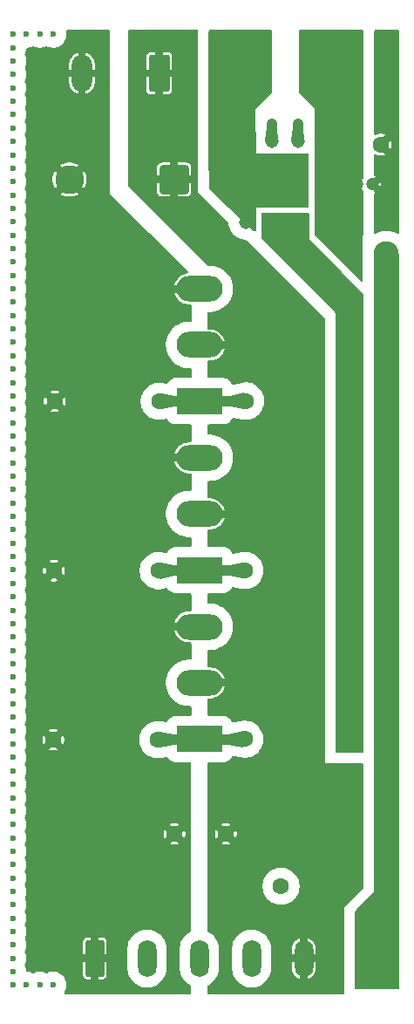
<source format=gbr>
G04 #@! TF.GenerationSoftware,KiCad,Pcbnew,9.0.3*
G04 #@! TF.CreationDate,2025-10-12T17:28:26-05:00*
G04 #@! TF.ProjectId,OSO-SWAT-C1,4f534f2d-5357-4415-942d-43312e6b6963,rev?*
G04 #@! TF.SameCoordinates,Original*
G04 #@! TF.FileFunction,Copper,L1,Top*
G04 #@! TF.FilePolarity,Positive*
%FSLAX46Y46*%
G04 Gerber Fmt 4.6, Leading zero omitted, Abs format (unit mm)*
G04 Created by KiCad (PCBNEW 9.0.3) date 2025-10-12 17:28:26*
%MOMM*%
%LPD*%
G01*
G04 APERTURE LIST*
G04 Aperture macros list*
%AMRoundRect*
0 Rectangle with rounded corners*
0 $1 Rounding radius*
0 $2 $3 $4 $5 $6 $7 $8 $9 X,Y pos of 4 corners*
0 Add a 4 corners polygon primitive as box body*
4,1,4,$2,$3,$4,$5,$6,$7,$8,$9,$2,$3,0*
0 Add four circle primitives for the rounded corners*
1,1,$1+$1,$2,$3*
1,1,$1+$1,$4,$5*
1,1,$1+$1,$6,$7*
1,1,$1+$1,$8,$9*
0 Add four rect primitives between the rounded corners*
20,1,$1+$1,$2,$3,$4,$5,0*
20,1,$1+$1,$4,$5,$6,$7,0*
20,1,$1+$1,$6,$7,$8,$9,0*
20,1,$1+$1,$8,$9,$2,$3,0*%
G04 Aperture macros list end*
G04 #@! TA.AperFunction,ComponentPad*
%ADD10C,1.600000*%
G04 #@! TD*
G04 #@! TA.AperFunction,ComponentPad*
%ADD11O,2.000000X1.700000*%
G04 #@! TD*
G04 #@! TA.AperFunction,ComponentPad*
%ADD12RoundRect,0.250000X0.750000X-0.600000X0.750000X0.600000X-0.750000X0.600000X-0.750000X-0.600000X0*%
G04 #@! TD*
G04 #@! TA.AperFunction,ComponentPad*
%ADD13C,1.200000*%
G04 #@! TD*
G04 #@! TA.AperFunction,ComponentPad*
%ADD14R,4.500000X2.500000*%
G04 #@! TD*
G04 #@! TA.AperFunction,ComponentPad*
%ADD15O,4.500000X2.500000*%
G04 #@! TD*
G04 #@! TA.AperFunction,ComponentPad*
%ADD16RoundRect,0.250000X-0.650000X-1.550000X0.650000X-1.550000X0.650000X1.550000X-0.650000X1.550000X0*%
G04 #@! TD*
G04 #@! TA.AperFunction,ComponentPad*
%ADD17O,1.800000X3.600000*%
G04 #@! TD*
G04 #@! TA.AperFunction,ComponentPad*
%ADD18RoundRect,0.250001X1.149999X1.149999X-1.149999X1.149999X-1.149999X-1.149999X1.149999X-1.149999X0*%
G04 #@! TD*
G04 #@! TA.AperFunction,ComponentPad*
%ADD19C,2.800000*%
G04 #@! TD*
G04 #@! TA.AperFunction,ComponentPad*
%ADD20RoundRect,0.250000X0.750000X1.550000X-0.750000X1.550000X-0.750000X-1.550000X0.750000X-1.550000X0*%
G04 #@! TD*
G04 #@! TA.AperFunction,ComponentPad*
%ADD21O,2.000000X3.600000*%
G04 #@! TD*
G04 #@! TA.AperFunction,ComponentPad*
%ADD22R,1.308000X1.308000*%
G04 #@! TD*
G04 #@! TA.AperFunction,ComponentPad*
%ADD23C,1.308000*%
G04 #@! TD*
G04 #@! TA.AperFunction,ViaPad*
%ADD24C,0.600000*%
G04 #@! TD*
G04 #@! TA.AperFunction,ViaPad*
%ADD25C,2.450000*%
G04 #@! TD*
G04 #@! TA.AperFunction,ViaPad*
%ADD26C,1.000000*%
G04 #@! TD*
G04 #@! TA.AperFunction,Conductor*
%ADD27C,1.016000*%
G04 #@! TD*
G04 APERTURE END LIST*
D10*
G04 #@! TO.P,REF\u002A\u002A,1*
G04 #@! TO.N,GND*
X106990000Y-154470000D03*
G04 #@! TO.P,REF\u002A\u002A,2*
G04 #@! TO.N,INPUT*
X117150000Y-154470000D03*
G04 #@! TD*
D11*
G04 #@! TO.P,REF\u002A\u002A,2*
G04 #@! TO.N,INPUT*
X115730000Y-159470000D03*
D12*
G04 #@! TO.P,REF\u002A\u002A,1*
X115730000Y-161970000D03*
G04 #@! TD*
D10*
G04 #@! TO.P,REF\u002A\u002A,2*
G04 #@! TO.N,GND*
X116685000Y-82470000D03*
G04 #@! TO.P,REF\u002A\u002A,1*
G04 #@! TO.N,VCC*
X114185000Y-82470000D03*
G04 #@! TD*
D13*
G04 #@! TO.P,REF\u002A\u002A,1*
G04 #@! TO.N,VCC*
X114375000Y-86350000D03*
G04 #@! TO.P,REF\u002A\u002A,2*
G04 #@! TO.N,GND*
X115875000Y-86350000D03*
G04 #@! TD*
D14*
G04 #@! TO.P,REF\u002A\u002A,1*
G04 #@! TO.N,Gate1*
X99065000Y-107380000D03*
D15*
G04 #@! TO.P,REF\u002A\u002A,2*
G04 #@! TO.N,Drain*
X99065000Y-101930000D03*
G04 #@! TO.P,REF\u002A\u002A,3*
G04 #@! TO.N,Source*
X99065000Y-96480000D03*
G04 #@! TD*
D10*
G04 #@! TO.P,REF\u002A\u002A,1*
G04 #@! TO.N,Source*
X84905000Y-123840000D03*
G04 #@! TO.P,REF\u002A\u002A,2*
G04 #@! TO.N,Gate2*
X95065000Y-123840000D03*
G04 #@! TD*
G04 #@! TO.P,REF\u002A\u002A,1*
G04 #@! TO.N,Gate3*
X103455000Y-140200000D03*
G04 #@! TO.P,REF\u002A\u002A,2*
G04 #@! TO.N,OUTPUT*
X113615000Y-140200000D03*
G04 #@! TD*
G04 #@! TO.P,REF\u002A\u002A,1*
G04 #@! TO.N,Source*
X84995000Y-107400000D03*
G04 #@! TO.P,REF\u002A\u002A,2*
G04 #@! TO.N,Gate1*
X95155000Y-107400000D03*
G04 #@! TD*
D16*
G04 #@! TO.P,REF\u002A\u002A,1*
G04 #@! TO.N,Source*
X88887500Y-161487500D03*
D17*
G04 #@! TO.P,REF\u002A\u002A,2*
G04 #@! TO.N,Gate3*
X93967500Y-161487500D03*
G04 #@! TO.P,REF\u002A\u002A,3*
G04 #@! TO.N,Gate2*
X99047500Y-161487500D03*
G04 #@! TO.P,REF\u002A\u002A,4*
G04 #@! TO.N,Gate1*
X104127500Y-161487500D03*
G04 #@! TO.P,REF\u002A\u002A,5*
G04 #@! TO.N,Drain*
X109207500Y-161487500D03*
G04 #@! TD*
D18*
G04 #@! TO.P,REF\u002A\u002A,1*
G04 #@! TO.N,Drain*
X96600000Y-85880000D03*
D19*
G04 #@! TO.P,REF\u002A\u002A,2*
G04 #@! TO.N,Source*
X86440000Y-85880000D03*
G04 #@! TD*
D14*
G04 #@! TO.P,REF\u002A\u002A,1*
G04 #@! TO.N,Gate2*
X99065000Y-123780000D03*
D15*
G04 #@! TO.P,REF\u002A\u002A,2*
G04 #@! TO.N,Drain*
X99065000Y-118330000D03*
G04 #@! TO.P,REF\u002A\u002A,3*
G04 #@! TO.N,Source*
X99065000Y-112880000D03*
G04 #@! TD*
D14*
G04 #@! TO.P,REF\u002A\u002A,1*
G04 #@! TO.N,Gate3*
X99065000Y-140180000D03*
D15*
G04 #@! TO.P,REF\u002A\u002A,2*
G04 #@! TO.N,Drain*
X99065000Y-134730000D03*
G04 #@! TO.P,REF\u002A\u002A,3*
G04 #@! TO.N,Source*
X99065000Y-129280000D03*
G04 #@! TD*
D20*
G04 #@! TO.P,REF\u002A\u002A,1*
G04 #@! TO.N,VCC*
X111180000Y-75570000D03*
D21*
G04 #@! TO.P,REF\u002A\u002A,2*
G04 #@! TO.N,GND*
X103680000Y-75570000D03*
G04 #@! TD*
D10*
G04 #@! TO.P,REF\u002A\u002A,1*
G04 #@! TO.N,Gate1*
X103585000Y-107360000D03*
G04 #@! TO.P,REF\u002A\u002A,2*
G04 #@! TO.N,OUTPUT*
X113745000Y-107360000D03*
G04 #@! TD*
G04 #@! TO.P,REF\u002A\u002A,1*
G04 #@! TO.N,Gate2*
X103495000Y-123800000D03*
G04 #@! TO.P,REF\u002A\u002A,2*
G04 #@! TO.N,OUTPUT*
X113655000Y-123800000D03*
G04 #@! TD*
G04 #@! TO.P,REF\u002A\u002A,1*
G04 #@! TO.N,Source*
X96650000Y-149380000D03*
G04 #@! TO.P,REF\u002A\u002A,2*
G04 #@! TO.N,Drain*
X101650000Y-149380000D03*
G04 #@! TD*
G04 #@! TO.P,REF\u002A\u002A,1*
G04 #@! TO.N,Source*
X84865000Y-140240000D03*
G04 #@! TO.P,REF\u002A\u002A,2*
G04 #@! TO.N,Gate3*
X95025000Y-140240000D03*
G04 #@! TD*
D22*
G04 #@! TO.P,REF\u002A\u002A,1*
G04 #@! TO.N,VCC*
X111180000Y-82165000D03*
D23*
G04 #@! TO.P,REF\u002A\u002A,2*
G04 #@! TO.N,INPUT*
X108640000Y-82165000D03*
G04 #@! TO.P,REF\u002A\u002A,3*
G04 #@! TO.N,NC*
X106100000Y-82165000D03*
G04 #@! TO.P,REF\u002A\u002A,4*
G04 #@! TO.N,GND*
X103560000Y-82165000D03*
G04 #@! TO.P,REF\u002A\u002A,5*
X103560000Y-90035000D03*
G04 #@! TO.P,REF\u002A\u002A,6*
G04 #@! TO.N,OUTPUT*
X106100000Y-90035000D03*
G04 #@! TO.P,REF\u002A\u002A,7*
X108640000Y-90035000D03*
G04 #@! TO.P,REF\u002A\u002A,8*
G04 #@! TO.N,VCC*
X111180000Y-90035000D03*
G04 #@! TD*
D20*
G04 #@! TO.P,REF\u002A\u002A,1*
G04 #@! TO.N,Drain*
X95150000Y-75557500D03*
D21*
G04 #@! TO.P,REF\u002A\u002A,2*
G04 #@! TO.N,Source*
X87650000Y-75557500D03*
G04 #@! TD*
D24*
G04 #@! TO.N,GND*
X82250000Y-71775000D03*
X84850000Y-71775000D03*
X83550000Y-71775000D03*
X80950000Y-164075000D03*
X82250000Y-164075000D03*
X84850000Y-164075000D03*
X83550000Y-164075000D03*
X80950000Y-158875000D03*
X80950000Y-156275000D03*
X80950000Y-162775000D03*
X80950000Y-164075000D03*
X80950000Y-160175000D03*
X80950000Y-157575000D03*
X80950000Y-161475000D03*
X80950000Y-96475000D03*
X80950000Y-93875000D03*
X80950000Y-112075000D03*
X80950000Y-126375000D03*
X80950000Y-122475000D03*
X80950000Y-127675000D03*
X80950000Y-114675000D03*
X80950000Y-121175000D03*
X80950000Y-92575000D03*
X80950000Y-125075000D03*
X80950000Y-134175000D03*
X80950000Y-100375000D03*
X80950000Y-101675000D03*
X80950000Y-97775000D03*
X80950000Y-110775000D03*
X80950000Y-128975000D03*
X80950000Y-115975000D03*
X80950000Y-109475000D03*
X80950000Y-123775000D03*
X80950000Y-102975000D03*
X80950000Y-95175000D03*
X80950000Y-104275000D03*
X80950000Y-117275000D03*
X80950000Y-131575000D03*
X80950000Y-130275000D03*
X80950000Y-113375000D03*
X80950000Y-119875000D03*
X80950000Y-132875000D03*
X80950000Y-99075000D03*
X80950000Y-108175000D03*
X80950000Y-106875000D03*
X80950000Y-105575000D03*
X80950000Y-118575000D03*
X80950000Y-141975000D03*
X80950000Y-140675000D03*
X80950000Y-138075000D03*
X80950000Y-154975000D03*
X80950000Y-143275000D03*
X80950000Y-139375000D03*
X80950000Y-149775000D03*
X80950000Y-152375000D03*
X80950000Y-134175000D03*
X80950000Y-151075000D03*
X80950000Y-148475000D03*
X80950000Y-135475000D03*
X80950000Y-153675000D03*
X80950000Y-147175000D03*
X80950000Y-144575000D03*
X80950000Y-136775000D03*
X80950000Y-145875000D03*
X80950000Y-87375000D03*
X80950000Y-84775000D03*
X80950000Y-83475000D03*
X80950000Y-89975000D03*
X80950000Y-92575000D03*
X80950000Y-86075000D03*
X80950000Y-91275000D03*
X80950000Y-88675000D03*
X80950000Y-82175000D03*
X80950000Y-79575000D03*
X80950000Y-78275000D03*
X80950000Y-80875000D03*
X80950000Y-76975000D03*
X80950000Y-75675000D03*
X80950000Y-74375000D03*
X80950000Y-73075000D03*
X80950000Y-71775000D03*
D25*
G04 #@! TO.N,INPUT*
X117240000Y-93080000D03*
D26*
G04 #@! TO.N,GND*
X107370000Y-86100000D03*
G04 #@! TO.N,INPUT*
X108640000Y-80440000D03*
G04 #@! TO.N,NC*
X106100000Y-80450000D03*
G04 #@! TD*
D27*
G04 #@! TO.N,INPUT*
X108640000Y-82165000D02*
X108640000Y-80440000D01*
G04 #@! TO.N,Gate1*
X95155000Y-107400000D02*
X103545000Y-107400000D01*
X103545000Y-107400000D02*
X103585000Y-107360000D01*
G04 #@! TO.N,Gate2*
X103455000Y-123840000D02*
X103495000Y-123800000D01*
X95065000Y-123840000D02*
X103455000Y-123840000D01*
G04 #@! TO.N,Gate3*
X95025000Y-140240000D02*
X103415000Y-140240000D01*
X103415000Y-140240000D02*
X103455000Y-140200000D01*
G04 #@! TO.N,NC*
X106100000Y-82165000D02*
X106100000Y-80450000D01*
G04 #@! TD*
G04 #@! TA.AperFunction,Conductor*
G04 #@! TO.N,VCC*
G36*
X114917062Y-71350185D02*
G01*
X114962817Y-71402989D01*
X114974023Y-71454611D01*
X114961289Y-85695152D01*
X114941544Y-85762174D01*
X114937615Y-85767915D01*
X114933771Y-85773206D01*
X114855128Y-85927552D01*
X114801597Y-86092302D01*
X114774500Y-86263389D01*
X114774500Y-86436610D01*
X114794642Y-86563787D01*
X114801598Y-86607701D01*
X114855127Y-86772445D01*
X114919892Y-86899555D01*
X114933769Y-86926789D01*
X114933776Y-86926801D01*
X114936439Y-86930466D01*
X114959917Y-86996273D01*
X114960119Y-87003459D01*
X114952387Y-95651795D01*
X114932642Y-95718817D01*
X114879798Y-95764524D01*
X114810630Y-95774406D01*
X114747101Y-95745324D01*
X114741223Y-95739880D01*
X110285729Y-91336509D01*
X110251884Y-91275384D01*
X110248893Y-91248068D01*
X110273765Y-79052420D01*
X108753544Y-77425890D01*
X108722150Y-77363472D01*
X108720137Y-77340880D01*
X108736650Y-71454151D01*
X108756523Y-71387168D01*
X108809455Y-71341562D01*
X108860650Y-71330500D01*
X114850023Y-71330500D01*
X114917062Y-71350185D01*
G37*
G04 #@! TD.AperFunction*
G04 #@! TD*
G04 #@! TA.AperFunction,Conductor*
G04 #@! TO.N,GND*
G36*
X106046473Y-71350185D02*
G01*
X106092228Y-71402989D01*
X106103434Y-71454152D01*
X106119862Y-77310872D01*
X106100365Y-77377967D01*
X106086454Y-77395891D01*
X104538388Y-79052213D01*
X104538388Y-79052214D01*
X104548861Y-83360000D01*
X104480000Y-83360000D01*
X104490000Y-88580000D01*
X104561551Y-88580000D01*
X104566950Y-90800994D01*
X104547428Y-90868081D01*
X104494735Y-90913964D01*
X104425601Y-90924075D01*
X104361975Y-90895205D01*
X104358275Y-90891882D01*
X101872855Y-88568669D01*
X100832937Y-87596619D01*
X100830518Y-87594295D01*
X100409496Y-87178387D01*
X100006737Y-86780519D01*
X99972878Y-86719402D01*
X99969881Y-86692455D01*
X99965853Y-83379685D01*
X99955500Y-74863593D01*
X99955500Y-71454500D01*
X99975185Y-71387461D01*
X100027989Y-71341706D01*
X100079500Y-71330500D01*
X105979434Y-71330500D01*
X106046473Y-71350185D01*
G37*
G04 #@! TD.AperFunction*
G04 #@! TD*
G04 #@! TA.AperFunction,Conductor*
G04 #@! TO.N,INPUT*
G36*
X118345778Y-93015200D02*
G01*
X118412771Y-93035033D01*
X118458408Y-93087939D01*
X118469500Y-93139200D01*
X118469500Y-164348760D01*
X118449815Y-164415799D01*
X118397011Y-164461554D01*
X118344695Y-164472757D01*
X117920212Y-164470000D01*
X114276083Y-164460384D01*
X114209095Y-164440522D01*
X114163480Y-164387598D01*
X114152410Y-164336656D01*
X114136487Y-157022267D01*
X114144544Y-156994605D01*
X114149720Y-156966261D01*
X114155008Y-156958678D01*
X114156025Y-156955189D01*
X114169904Y-156937321D01*
X114314817Y-156782333D01*
X114315202Y-156781924D01*
X115695238Y-155328091D01*
X115756776Y-155256862D01*
X115771103Y-155238618D01*
X115794857Y-155202154D01*
X115808158Y-155185178D01*
X116000000Y-154980000D01*
X116000000Y-154611772D01*
X116000647Y-154599125D01*
X116005539Y-154551405D01*
X116005540Y-154551397D01*
X116015237Y-142662710D01*
X116015159Y-142649361D01*
X116000802Y-142523747D01*
X116000000Y-142509666D01*
X116000000Y-93134275D01*
X116019685Y-93067236D01*
X116072489Y-93021481D01*
X116124272Y-93010275D01*
X118345778Y-93015200D01*
G37*
G04 #@! TD.AperFunction*
G04 #@! TD*
G04 #@! TA.AperFunction,Conductor*
G04 #@! TO.N,OUTPUT*
G36*
X109579178Y-89087009D02*
G01*
X109641414Y-89098186D01*
X109692590Y-89145755D01*
X109710000Y-89209115D01*
X109710000Y-91630000D01*
X109709999Y-91630000D01*
X112869662Y-94837445D01*
X114964337Y-96963798D01*
X114997361Y-97025370D01*
X115000000Y-97050818D01*
X115000000Y-141366456D01*
X114980315Y-141433495D01*
X114927511Y-141479250D01*
X114876458Y-141490455D01*
X112429958Y-141499482D01*
X112362846Y-141480045D01*
X112316896Y-141427410D01*
X112305500Y-141375483D01*
X112305500Y-99401805D01*
X112300188Y-99305455D01*
X112300000Y-99298629D01*
X112300000Y-98824999D01*
X105136228Y-91646303D01*
X105102806Y-91584945D01*
X105100000Y-91558713D01*
X105100000Y-89209500D01*
X105119685Y-89142461D01*
X105172489Y-89096706D01*
X105224000Y-89085500D01*
X109575766Y-89085500D01*
X109579088Y-89085321D01*
X109579178Y-89087009D01*
G37*
G04 #@! TD.AperFunction*
G04 #@! TD*
G04 #@! TA.AperFunction,Conductor*
G04 #@! TO.N,GND*
G36*
X109633276Y-83379685D02*
G01*
X109679031Y-83432489D01*
X109690237Y-83483762D01*
X109699762Y-88455762D01*
X109680206Y-88522839D01*
X109627489Y-88568695D01*
X109575762Y-88580000D01*
X104490000Y-88580000D01*
X104480000Y-83360000D01*
X104548860Y-83360000D01*
X109566237Y-83360000D01*
X109633276Y-83379685D01*
G37*
G04 #@! TD.AperFunction*
G04 #@! TD*
G04 #@! TA.AperFunction,Conductor*
G04 #@! TO.N,Drain*
G36*
X98893039Y-71350185D02*
G01*
X98938794Y-71402989D01*
X98950000Y-71454500D01*
X98950000Y-87150000D01*
X101868645Y-90033195D01*
X101902503Y-90094311D01*
X101905500Y-90121409D01*
X101905500Y-90165217D01*
X101946238Y-90422426D01*
X101946239Y-90422430D01*
X102026715Y-90670108D01*
X102144945Y-90902147D01*
X102298018Y-91112834D01*
X102482166Y-91296982D01*
X102692853Y-91450055D01*
X102924892Y-91568285D01*
X103172570Y-91648761D01*
X103269026Y-91664038D01*
X103429783Y-91689500D01*
X103494395Y-91689500D01*
X103561434Y-91709185D01*
X103581536Y-91725282D01*
X111263144Y-99313592D01*
X111297003Y-99374708D01*
X111300000Y-99401806D01*
X111300000Y-142547452D01*
X111300000Y-142547453D01*
X114885404Y-142537789D01*
X114952495Y-142557293D01*
X114998392Y-142609974D01*
X115009737Y-142661890D01*
X115000040Y-154550577D01*
X114980301Y-154617601D01*
X114965974Y-154635845D01*
X113130000Y-156569999D01*
X113130000Y-156570000D01*
X113148015Y-164845230D01*
X113128476Y-164912312D01*
X113075772Y-164958182D01*
X113024015Y-164969500D01*
X99981479Y-164969500D01*
X99914440Y-164949815D01*
X99868685Y-164897011D01*
X99857479Y-164845721D01*
X99857478Y-164845230D01*
X99856304Y-164186854D01*
X99875869Y-164119783D01*
X99918305Y-164079249D01*
X100105622Y-163971102D01*
X100105624Y-163971101D01*
X100105627Y-163971099D01*
X100303276Y-163819438D01*
X100479438Y-163643276D01*
X100631099Y-163445627D01*
X100755664Y-163229873D01*
X100851002Y-162999707D01*
X100915482Y-162759065D01*
X100948000Y-162512065D01*
X100948000Y-160462941D01*
X102227000Y-160462941D01*
X102227000Y-162512058D01*
X102227001Y-162512075D01*
X102259517Y-162759061D01*
X102323998Y-162999707D01*
X102419330Y-163229861D01*
X102419337Y-163229876D01*
X102543900Y-163445626D01*
X102695560Y-163643274D01*
X102695566Y-163643281D01*
X102871718Y-163819433D01*
X102871725Y-163819439D01*
X103069373Y-163971099D01*
X103285123Y-164095662D01*
X103285138Y-164095669D01*
X103343355Y-164119783D01*
X103515293Y-164191002D01*
X103755935Y-164255482D01*
X104002935Y-164288000D01*
X104002942Y-164288000D01*
X104252058Y-164288000D01*
X104252065Y-164288000D01*
X104499065Y-164255482D01*
X104739707Y-164191002D01*
X104969873Y-164095664D01*
X105185627Y-163971099D01*
X105383276Y-163819438D01*
X105559438Y-163643276D01*
X105711099Y-163445627D01*
X105835664Y-163229873D01*
X105931002Y-162999707D01*
X105995482Y-162759065D01*
X106028000Y-162512065D01*
X106028000Y-160496993D01*
X108057500Y-160496993D01*
X108057500Y-161112500D01*
X108733973Y-161112500D01*
X108727381Y-161119092D01*
X108648389Y-161255909D01*
X108607500Y-161408509D01*
X108607500Y-161566491D01*
X108648389Y-161719091D01*
X108727381Y-161855908D01*
X108733973Y-161862500D01*
X108057500Y-161862500D01*
X108057500Y-162478006D01*
X108085817Y-162656793D01*
X108141751Y-162828944D01*
X108141752Y-162828947D01*
X108223934Y-162990234D01*
X108330323Y-163136669D01*
X108458330Y-163264676D01*
X108604765Y-163371065D01*
X108766052Y-163453247D01*
X108766058Y-163453249D01*
X108832499Y-163474836D01*
X108832500Y-163474836D01*
X108832500Y-161961027D01*
X108839092Y-161967619D01*
X108975909Y-162046611D01*
X109128509Y-162087500D01*
X109286491Y-162087500D01*
X109439091Y-162046611D01*
X109575908Y-161967619D01*
X109582500Y-161961027D01*
X109582500Y-163474836D01*
X109648941Y-163453249D01*
X109648947Y-163453247D01*
X109810234Y-163371065D01*
X109956669Y-163264676D01*
X110084676Y-163136669D01*
X110191065Y-162990234D01*
X110273247Y-162828947D01*
X110273248Y-162828944D01*
X110329182Y-162656793D01*
X110357500Y-162478006D01*
X110357500Y-161862500D01*
X109681027Y-161862500D01*
X109687619Y-161855908D01*
X109766611Y-161719091D01*
X109807500Y-161566491D01*
X109807500Y-161408509D01*
X109766611Y-161255909D01*
X109687619Y-161119092D01*
X109681027Y-161112500D01*
X110357500Y-161112500D01*
X110357500Y-160496993D01*
X110329182Y-160318206D01*
X110273248Y-160146055D01*
X110273247Y-160146052D01*
X110191065Y-159984765D01*
X110084676Y-159838330D01*
X109956669Y-159710323D01*
X109810235Y-159603934D01*
X109648944Y-159521752D01*
X109582500Y-159500163D01*
X109582500Y-161013973D01*
X109575908Y-161007381D01*
X109439091Y-160928389D01*
X109286491Y-160887500D01*
X109128509Y-160887500D01*
X108975909Y-160928389D01*
X108839092Y-161007381D01*
X108832500Y-161013973D01*
X108832500Y-159500163D01*
X108832499Y-159500163D01*
X108766055Y-159521752D01*
X108604764Y-159603934D01*
X108458330Y-159710323D01*
X108330323Y-159838330D01*
X108223934Y-159984765D01*
X108141752Y-160146052D01*
X108141751Y-160146055D01*
X108085817Y-160318206D01*
X108057500Y-160496993D01*
X106028000Y-160496993D01*
X106028000Y-160462935D01*
X105995482Y-160215935D01*
X105931002Y-159975293D01*
X105835664Y-159745127D01*
X105746845Y-159591288D01*
X105711099Y-159529373D01*
X105559439Y-159331725D01*
X105559433Y-159331718D01*
X105383281Y-159155566D01*
X105383274Y-159155560D01*
X105185626Y-159003900D01*
X104969876Y-158879337D01*
X104969861Y-158879330D01*
X104739707Y-158783998D01*
X104499061Y-158719517D01*
X104252075Y-158687001D01*
X104252070Y-158687000D01*
X104252065Y-158687000D01*
X104002935Y-158687000D01*
X104002929Y-158687000D01*
X104002924Y-158687001D01*
X103755938Y-158719517D01*
X103515292Y-158783998D01*
X103285138Y-158879330D01*
X103285123Y-158879337D01*
X103069373Y-159003900D01*
X102871725Y-159155560D01*
X102871718Y-159155566D01*
X102695566Y-159331718D01*
X102695560Y-159331725D01*
X102543900Y-159529373D01*
X102419337Y-159745123D01*
X102419330Y-159745138D01*
X102323998Y-159975292D01*
X102259517Y-160215938D01*
X102227001Y-160462924D01*
X102227000Y-160462941D01*
X100948000Y-160462941D01*
X100948000Y-160462935D01*
X100915482Y-160215935D01*
X100851002Y-159975293D01*
X100755664Y-159745127D01*
X100666845Y-159591288D01*
X100631099Y-159529373D01*
X100479439Y-159331725D01*
X100479433Y-159331718D01*
X100303281Y-159155566D01*
X100303274Y-159155560D01*
X100105626Y-159003900D01*
X99912000Y-158892110D01*
X99863784Y-158841543D01*
X99850000Y-158784723D01*
X99850000Y-154351995D01*
X105189500Y-154351995D01*
X105189500Y-154588004D01*
X105189501Y-154588020D01*
X105220306Y-154822010D01*
X105281394Y-155049993D01*
X105371714Y-155268045D01*
X105371719Y-155268056D01*
X105442677Y-155390957D01*
X105489727Y-155472450D01*
X105489729Y-155472453D01*
X105489730Y-155472454D01*
X105633406Y-155659697D01*
X105633412Y-155659704D01*
X105800295Y-155826587D01*
X105800301Y-155826592D01*
X105987550Y-155970273D01*
X106118918Y-156046118D01*
X106191943Y-156088280D01*
X106191948Y-156088282D01*
X106191951Y-156088284D01*
X106410007Y-156178606D01*
X106637986Y-156239693D01*
X106871989Y-156270500D01*
X106871996Y-156270500D01*
X107108004Y-156270500D01*
X107108011Y-156270500D01*
X107342014Y-156239693D01*
X107569993Y-156178606D01*
X107788049Y-156088284D01*
X107992450Y-155970273D01*
X108179699Y-155826592D01*
X108346592Y-155659699D01*
X108490273Y-155472450D01*
X108608284Y-155268049D01*
X108698606Y-155049993D01*
X108759693Y-154822014D01*
X108790500Y-154588011D01*
X108790500Y-154351989D01*
X108759693Y-154117986D01*
X108698606Y-153890007D01*
X108608284Y-153671951D01*
X108608282Y-153671948D01*
X108608280Y-153671943D01*
X108566118Y-153598918D01*
X108490273Y-153467550D01*
X108346592Y-153280301D01*
X108346587Y-153280295D01*
X108179704Y-153113412D01*
X108179697Y-153113406D01*
X107992454Y-152969730D01*
X107992453Y-152969729D01*
X107992450Y-152969727D01*
X107910957Y-152922677D01*
X107788056Y-152851719D01*
X107788045Y-152851714D01*
X107569993Y-152761394D01*
X107342010Y-152700306D01*
X107108020Y-152669501D01*
X107108017Y-152669500D01*
X107108011Y-152669500D01*
X106871989Y-152669500D01*
X106871983Y-152669500D01*
X106871979Y-152669501D01*
X106637989Y-152700306D01*
X106410006Y-152761394D01*
X106191954Y-152851714D01*
X106191943Y-152851719D01*
X105987545Y-152969730D01*
X105800302Y-153113406D01*
X105800295Y-153113412D01*
X105633412Y-153280295D01*
X105633406Y-153280302D01*
X105489730Y-153467545D01*
X105371719Y-153671943D01*
X105371714Y-153671954D01*
X105281394Y-153890006D01*
X105220306Y-154117989D01*
X105189501Y-154351979D01*
X105189500Y-154351995D01*
X99850000Y-154351995D01*
X99850000Y-150338964D01*
X101221364Y-150338964D01*
X101343729Y-150389650D01*
X101343733Y-150389651D01*
X101546579Y-150429999D01*
X101546583Y-150430000D01*
X101753417Y-150430000D01*
X101753420Y-150429999D01*
X101956266Y-150389651D01*
X101956270Y-150389650D01*
X102078635Y-150338964D01*
X101650001Y-149910330D01*
X101650000Y-149910330D01*
X101221364Y-150338964D01*
X99850000Y-150338964D01*
X99850000Y-149276579D01*
X100600000Y-149276579D01*
X100600000Y-149483420D01*
X100640348Y-149686266D01*
X100640350Y-149686274D01*
X100691034Y-149808635D01*
X101119670Y-149380000D01*
X101119670Y-149379999D01*
X101067010Y-149327339D01*
X101250000Y-149327339D01*
X101250000Y-149432661D01*
X101277259Y-149534394D01*
X101329920Y-149625606D01*
X101404394Y-149700080D01*
X101495606Y-149752741D01*
X101597339Y-149780000D01*
X101702661Y-149780000D01*
X101804394Y-149752741D01*
X101895606Y-149700080D01*
X101970080Y-149625606D01*
X102022741Y-149534394D01*
X102050000Y-149432661D01*
X102050000Y-149379999D01*
X102180330Y-149379999D01*
X102180330Y-149380001D01*
X102608964Y-149808635D01*
X102659650Y-149686270D01*
X102659651Y-149686266D01*
X102699999Y-149483420D01*
X102700000Y-149483417D01*
X102700000Y-149276583D01*
X102699999Y-149276579D01*
X102659651Y-149073733D01*
X102659650Y-149073729D01*
X102608964Y-148951364D01*
X102180330Y-149379999D01*
X102050000Y-149379999D01*
X102050000Y-149327339D01*
X102022741Y-149225606D01*
X101970080Y-149134394D01*
X101895606Y-149059920D01*
X101804394Y-149007259D01*
X101702661Y-148980000D01*
X101597339Y-148980000D01*
X101495606Y-149007259D01*
X101404394Y-149059920D01*
X101329920Y-149134394D01*
X101277259Y-149225606D01*
X101250000Y-149327339D01*
X101067010Y-149327339D01*
X100691034Y-148951363D01*
X100640351Y-149073723D01*
X100640348Y-149073733D01*
X100600000Y-149276579D01*
X99850000Y-149276579D01*
X99850000Y-148421034D01*
X101221363Y-148421034D01*
X101650000Y-148849670D01*
X101650001Y-148849670D01*
X102078635Y-148421034D01*
X101956274Y-148370350D01*
X101956266Y-148370348D01*
X101753420Y-148330000D01*
X101546579Y-148330000D01*
X101343733Y-148370348D01*
X101343723Y-148370351D01*
X101221363Y-148421034D01*
X99850000Y-148421034D01*
X99850000Y-142554499D01*
X99869685Y-142487460D01*
X99922489Y-142441705D01*
X99973998Y-142430499D01*
X101373036Y-142430499D01*
X101492418Y-142419886D01*
X101688049Y-142363909D01*
X101868407Y-142269698D01*
X102026109Y-142141109D01*
X102154698Y-141983407D01*
X102194422Y-141907357D01*
X102242907Y-141857052D01*
X102310895Y-141840944D01*
X102324576Y-141842435D01*
X103123452Y-141974762D01*
X103164099Y-141977916D01*
X103170676Y-141978604D01*
X103305024Y-141996291D01*
X103336973Y-142000498D01*
X103336989Y-142000500D01*
X103336996Y-142000500D01*
X103573004Y-142000500D01*
X103573011Y-142000500D01*
X103807014Y-141969693D01*
X104034993Y-141908606D01*
X104253049Y-141818284D01*
X104457450Y-141700273D01*
X104644699Y-141556592D01*
X104811592Y-141389699D01*
X104955273Y-141202450D01*
X105073284Y-140998049D01*
X105163606Y-140779993D01*
X105224693Y-140552014D01*
X105255500Y-140318011D01*
X105255500Y-140081989D01*
X105224693Y-139847986D01*
X105163606Y-139620007D01*
X105073284Y-139401951D01*
X105073282Y-139401948D01*
X105073280Y-139401943D01*
X105031118Y-139328918D01*
X104955273Y-139197550D01*
X104811592Y-139010301D01*
X104811587Y-139010295D01*
X104644704Y-138843412D01*
X104644697Y-138843406D01*
X104457454Y-138699730D01*
X104457453Y-138699729D01*
X104457450Y-138699727D01*
X104375957Y-138652677D01*
X104253056Y-138581719D01*
X104253045Y-138581714D01*
X104034993Y-138491394D01*
X103956717Y-138470420D01*
X103807014Y-138430307D01*
X103807013Y-138430306D01*
X103807010Y-138430306D01*
X103573020Y-138399501D01*
X103573017Y-138399500D01*
X103573011Y-138399500D01*
X103336989Y-138399500D01*
X103336983Y-138399500D01*
X103336978Y-138399501D01*
X103102992Y-138430305D01*
X103102977Y-138430308D01*
X103097962Y-138431652D01*
X103080332Y-138435030D01*
X103069681Y-138436279D01*
X102370335Y-138591284D01*
X102300625Y-138586573D01*
X102244528Y-138544921D01*
X102233597Y-138527638D01*
X102154698Y-138376593D01*
X102130958Y-138347479D01*
X102026109Y-138218890D01*
X101868409Y-138090304D01*
X101868410Y-138090304D01*
X101868407Y-138090302D01*
X101688049Y-137996091D01*
X101688048Y-137996090D01*
X101688045Y-137996089D01*
X101570829Y-137962550D01*
X101492418Y-137940114D01*
X101492415Y-137940113D01*
X101492413Y-137940113D01*
X101419631Y-137933642D01*
X101373037Y-137929500D01*
X101373033Y-137929500D01*
X99974000Y-137929500D01*
X99906961Y-137909815D01*
X99861206Y-137857011D01*
X99850000Y-137805500D01*
X99850000Y-136354000D01*
X99869685Y-136286961D01*
X99922489Y-136241206D01*
X99974000Y-136230000D01*
X100183052Y-136230000D01*
X100416247Y-136193065D01*
X100640802Y-136120102D01*
X100851171Y-136012914D01*
X101042186Y-135874133D01*
X101209133Y-135707186D01*
X101347914Y-135516171D01*
X101455102Y-135305802D01*
X101520348Y-135105000D01*
X99850000Y-135105000D01*
X99850000Y-134355000D01*
X101520348Y-134355000D01*
X101520347Y-134354999D01*
X101455102Y-134154197D01*
X101347914Y-133943828D01*
X101209133Y-133752813D01*
X101042186Y-133585866D01*
X100851171Y-133447085D01*
X100640802Y-133339897D01*
X100416247Y-133266934D01*
X100416248Y-133266934D01*
X100183052Y-133230000D01*
X99974000Y-133230000D01*
X99906961Y-133210315D01*
X99861206Y-133157511D01*
X99850000Y-133106000D01*
X99850000Y-131654500D01*
X99869685Y-131587461D01*
X99922489Y-131541706D01*
X99974000Y-131530500D01*
X100212499Y-131530500D01*
X100212506Y-131530500D01*
X100504993Y-131491993D01*
X100789952Y-131415639D01*
X101062507Y-131302743D01*
X101317994Y-131155238D01*
X101552042Y-130975646D01*
X101760646Y-130767042D01*
X101940238Y-130532994D01*
X102087743Y-130277507D01*
X102200639Y-130004952D01*
X102276993Y-129719993D01*
X102315500Y-129427506D01*
X102315500Y-129132494D01*
X102276993Y-128840007D01*
X102200639Y-128555048D01*
X102087743Y-128282493D01*
X101940238Y-128027006D01*
X101760646Y-127792958D01*
X101760641Y-127792952D01*
X101552047Y-127584358D01*
X101552040Y-127584352D01*
X101317993Y-127404761D01*
X101062510Y-127257258D01*
X101062500Y-127257254D01*
X100789961Y-127144364D01*
X100789954Y-127144362D01*
X100789952Y-127144361D01*
X100504993Y-127068007D01*
X100456113Y-127061571D01*
X100212513Y-127029500D01*
X100212506Y-127029500D01*
X99974000Y-127029500D01*
X99906961Y-127009815D01*
X99861206Y-126957011D01*
X99850000Y-126905500D01*
X99850000Y-126154499D01*
X99869685Y-126087460D01*
X99922489Y-126041705D01*
X99973998Y-126030499D01*
X101373036Y-126030499D01*
X101492418Y-126019886D01*
X101688049Y-125963909D01*
X101868407Y-125869698D01*
X102026109Y-125741109D01*
X102154698Y-125583407D01*
X102197607Y-125501260D01*
X102246092Y-125450954D01*
X102314079Y-125434846D01*
X102327761Y-125436337D01*
X103163452Y-125574762D01*
X103204099Y-125577916D01*
X103210676Y-125578604D01*
X103345024Y-125596291D01*
X103376973Y-125600498D01*
X103376989Y-125600500D01*
X103376996Y-125600500D01*
X103613004Y-125600500D01*
X103613011Y-125600500D01*
X103847014Y-125569693D01*
X104074993Y-125508606D01*
X104293049Y-125418284D01*
X104497450Y-125300273D01*
X104684699Y-125156592D01*
X104851592Y-124989699D01*
X104995273Y-124802450D01*
X105113284Y-124598049D01*
X105203606Y-124379993D01*
X105264693Y-124152014D01*
X105295500Y-123918011D01*
X105295500Y-123681989D01*
X105264693Y-123447986D01*
X105203606Y-123220007D01*
X105113284Y-123001951D01*
X105113282Y-123001948D01*
X105113280Y-123001943D01*
X105071118Y-122928918D01*
X104995273Y-122797550D01*
X104851592Y-122610301D01*
X104851587Y-122610295D01*
X104684704Y-122443412D01*
X104684697Y-122443406D01*
X104497454Y-122299730D01*
X104497453Y-122299729D01*
X104497450Y-122299727D01*
X104364351Y-122222882D01*
X104293056Y-122181719D01*
X104293045Y-122181714D01*
X104074993Y-122091394D01*
X103996717Y-122070420D01*
X103847014Y-122030307D01*
X103847013Y-122030306D01*
X103847010Y-122030306D01*
X103613020Y-121999501D01*
X103613017Y-121999500D01*
X103613011Y-121999500D01*
X103376989Y-121999500D01*
X103376983Y-121999500D01*
X103376978Y-121999501D01*
X103142992Y-122030305D01*
X103142977Y-122030308D01*
X103137962Y-122031652D01*
X103120332Y-122035030D01*
X103109681Y-122036279D01*
X102374485Y-122199230D01*
X102304775Y-122194519D01*
X102248678Y-122152867D01*
X102237750Y-122135590D01*
X102154698Y-121976593D01*
X102130958Y-121947479D01*
X102026109Y-121818890D01*
X101868409Y-121690304D01*
X101868410Y-121690304D01*
X101868407Y-121690302D01*
X101688049Y-121596091D01*
X101688048Y-121596090D01*
X101688045Y-121596089D01*
X101570829Y-121562550D01*
X101492418Y-121540114D01*
X101492415Y-121540113D01*
X101492413Y-121540113D01*
X101419631Y-121533642D01*
X101373037Y-121529500D01*
X101373033Y-121529500D01*
X99974000Y-121529500D01*
X99906961Y-121509815D01*
X99861206Y-121457011D01*
X99850000Y-121405500D01*
X99850000Y-119954000D01*
X99869685Y-119886961D01*
X99922489Y-119841206D01*
X99974000Y-119830000D01*
X100183052Y-119830000D01*
X100416247Y-119793065D01*
X100640802Y-119720102D01*
X100851171Y-119612914D01*
X101042186Y-119474133D01*
X101209133Y-119307186D01*
X101347914Y-119116171D01*
X101455102Y-118905802D01*
X101520348Y-118705000D01*
X99850000Y-118705000D01*
X99850000Y-117955000D01*
X101520348Y-117955000D01*
X101520347Y-117954999D01*
X101455102Y-117754197D01*
X101347914Y-117543828D01*
X101209133Y-117352813D01*
X101042186Y-117185866D01*
X100851171Y-117047085D01*
X100640802Y-116939897D01*
X100416247Y-116866934D01*
X100416248Y-116866934D01*
X100183052Y-116830000D01*
X99974000Y-116830000D01*
X99906961Y-116810315D01*
X99861206Y-116757511D01*
X99850000Y-116706000D01*
X99850000Y-115254500D01*
X99869685Y-115187461D01*
X99922489Y-115141706D01*
X99974000Y-115130500D01*
X100212499Y-115130500D01*
X100212506Y-115130500D01*
X100504993Y-115091993D01*
X100789952Y-115015639D01*
X101062507Y-114902743D01*
X101317994Y-114755238D01*
X101552042Y-114575646D01*
X101760646Y-114367042D01*
X101940238Y-114132994D01*
X102087743Y-113877507D01*
X102200639Y-113604952D01*
X102276993Y-113319993D01*
X102315500Y-113027506D01*
X102315500Y-112732494D01*
X102276993Y-112440007D01*
X102200639Y-112155048D01*
X102087743Y-111882493D01*
X101940238Y-111627006D01*
X101760646Y-111392958D01*
X101760641Y-111392952D01*
X101552047Y-111184358D01*
X101552040Y-111184352D01*
X101317993Y-111004761D01*
X101062510Y-110857258D01*
X101062500Y-110857254D01*
X100789961Y-110744364D01*
X100789954Y-110744362D01*
X100789952Y-110744361D01*
X100504993Y-110668007D01*
X100456113Y-110661571D01*
X100212513Y-110629500D01*
X100212506Y-110629500D01*
X99974000Y-110629500D01*
X99906961Y-110609815D01*
X99861206Y-110557011D01*
X99850000Y-110505500D01*
X99850000Y-109754499D01*
X99869685Y-109687460D01*
X99922489Y-109641705D01*
X99973998Y-109630499D01*
X101373036Y-109630499D01*
X101492418Y-109619886D01*
X101688049Y-109563909D01*
X101868407Y-109469698D01*
X102026109Y-109341109D01*
X102154698Y-109183407D01*
X102224006Y-109050722D01*
X102272489Y-109000419D01*
X102340477Y-108984311D01*
X102354172Y-108985803D01*
X103253452Y-109134762D01*
X103294099Y-109137916D01*
X103300676Y-109138604D01*
X103435024Y-109156291D01*
X103466973Y-109160498D01*
X103466989Y-109160500D01*
X103466996Y-109160500D01*
X103703004Y-109160500D01*
X103703011Y-109160500D01*
X103937014Y-109129693D01*
X104164993Y-109068606D01*
X104383049Y-108978284D01*
X104587450Y-108860273D01*
X104774699Y-108716592D01*
X104941592Y-108549699D01*
X105085273Y-108362450D01*
X105203284Y-108158049D01*
X105293606Y-107939993D01*
X105354693Y-107712014D01*
X105385500Y-107478011D01*
X105385500Y-107241989D01*
X105354693Y-107007986D01*
X105293606Y-106780007D01*
X105203284Y-106561951D01*
X105203282Y-106561948D01*
X105203280Y-106561943D01*
X105161118Y-106488918D01*
X105085273Y-106357550D01*
X104941592Y-106170301D01*
X104941587Y-106170295D01*
X104774704Y-106003412D01*
X104774697Y-106003406D01*
X104587454Y-105859730D01*
X104587453Y-105859729D01*
X104587450Y-105859727D01*
X104505957Y-105812677D01*
X104383056Y-105741719D01*
X104383045Y-105741714D01*
X104164993Y-105651394D01*
X104086717Y-105630420D01*
X103937014Y-105590307D01*
X103937013Y-105590306D01*
X103937010Y-105590306D01*
X103703020Y-105559501D01*
X103703017Y-105559500D01*
X103703011Y-105559500D01*
X103466989Y-105559500D01*
X103466983Y-105559500D01*
X103466978Y-105559501D01*
X103232992Y-105590305D01*
X103232977Y-105590308D01*
X103227962Y-105591652D01*
X103210332Y-105595030D01*
X103199681Y-105596279D01*
X102365097Y-105781258D01*
X102295387Y-105776547D01*
X102239290Y-105734895D01*
X102228364Y-105717620D01*
X102154698Y-105576593D01*
X102130958Y-105547479D01*
X102026109Y-105418890D01*
X101868409Y-105290304D01*
X101868410Y-105290304D01*
X101868407Y-105290302D01*
X101688049Y-105196091D01*
X101688048Y-105196090D01*
X101688045Y-105196089D01*
X101570829Y-105162550D01*
X101492418Y-105140114D01*
X101492415Y-105140113D01*
X101492413Y-105140113D01*
X101419631Y-105133642D01*
X101373037Y-105129500D01*
X101373033Y-105129500D01*
X99974000Y-105129500D01*
X99906961Y-105109815D01*
X99861206Y-105057011D01*
X99850000Y-105005500D01*
X99850000Y-103554000D01*
X99869685Y-103486961D01*
X99922489Y-103441206D01*
X99974000Y-103430000D01*
X100183052Y-103430000D01*
X100416247Y-103393065D01*
X100640802Y-103320102D01*
X100851171Y-103212914D01*
X101042186Y-103074133D01*
X101209133Y-102907186D01*
X101347914Y-102716171D01*
X101455102Y-102505802D01*
X101520348Y-102305000D01*
X99850000Y-102305000D01*
X99850000Y-101555000D01*
X101520348Y-101555000D01*
X101520347Y-101554999D01*
X101455102Y-101354197D01*
X101347914Y-101143828D01*
X101209133Y-100952813D01*
X101042186Y-100785866D01*
X100851171Y-100647085D01*
X100640802Y-100539897D01*
X100416247Y-100466934D01*
X100416248Y-100466934D01*
X100183052Y-100430000D01*
X99974000Y-100430000D01*
X99906961Y-100410315D01*
X99861206Y-100357511D01*
X99850000Y-100306000D01*
X99850000Y-98854500D01*
X99869685Y-98787461D01*
X99922489Y-98741706D01*
X99974000Y-98730500D01*
X100212499Y-98730500D01*
X100212506Y-98730500D01*
X100504993Y-98691993D01*
X100789952Y-98615639D01*
X101062507Y-98502743D01*
X101317994Y-98355238D01*
X101552042Y-98175646D01*
X101760646Y-97967042D01*
X101940238Y-97732994D01*
X102087743Y-97477507D01*
X102200639Y-97204952D01*
X102276993Y-96919993D01*
X102315500Y-96627506D01*
X102315500Y-96332494D01*
X102276993Y-96040007D01*
X102200639Y-95755048D01*
X102087743Y-95482493D01*
X101940238Y-95227006D01*
X101760646Y-94992958D01*
X101760641Y-94992952D01*
X101552047Y-94784358D01*
X101552040Y-94784352D01*
X101317993Y-94604761D01*
X101062510Y-94457258D01*
X101062500Y-94457254D01*
X100789961Y-94344364D01*
X100789954Y-94344362D01*
X100789952Y-94344361D01*
X100504993Y-94268007D01*
X100456113Y-94261571D01*
X100212513Y-94229500D01*
X100212506Y-94229500D01*
X99906094Y-94229500D01*
X99839055Y-94209815D01*
X99818095Y-94192862D01*
X92161001Y-86479878D01*
X92146498Y-86453088D01*
X92130023Y-86427451D01*
X92129083Y-86420916D01*
X92127739Y-86418433D01*
X92125000Y-86392516D01*
X92125000Y-84682156D01*
X94950000Y-84682156D01*
X94950000Y-85505000D01*
X96008684Y-85505000D01*
X95979668Y-85548426D01*
X95926901Y-85675818D01*
X95900000Y-85811056D01*
X95900000Y-85948944D01*
X95926901Y-86084182D01*
X95979668Y-86211574D01*
X96008684Y-86255000D01*
X94950001Y-86255000D01*
X94950001Y-87077830D01*
X94956402Y-87137377D01*
X95006647Y-87272087D01*
X95092811Y-87387188D01*
X95207909Y-87473350D01*
X95342629Y-87523598D01*
X95342628Y-87523598D01*
X95402164Y-87529999D01*
X96224999Y-87529999D01*
X96225000Y-87529998D01*
X96225000Y-86471315D01*
X96268426Y-86500332D01*
X96395818Y-86553099D01*
X96531056Y-86580000D01*
X96668944Y-86580000D01*
X96804182Y-86553099D01*
X96931574Y-86500332D01*
X96975000Y-86471315D01*
X96975000Y-87529999D01*
X97797823Y-87529999D01*
X97797830Y-87529998D01*
X97857377Y-87523597D01*
X97992087Y-87473352D01*
X98107188Y-87387188D01*
X98193350Y-87272090D01*
X98243598Y-87137371D01*
X98249999Y-87077843D01*
X98250000Y-87077826D01*
X98250000Y-86255000D01*
X97191316Y-86255000D01*
X97220332Y-86211574D01*
X97273099Y-86084182D01*
X97300000Y-85948944D01*
X97300000Y-85811056D01*
X97273099Y-85675818D01*
X97220332Y-85548426D01*
X97191316Y-85505000D01*
X98249999Y-85505000D01*
X98249999Y-84682176D01*
X98249998Y-84682169D01*
X98243597Y-84622622D01*
X98193352Y-84487912D01*
X98107188Y-84372811D01*
X97992090Y-84286649D01*
X97857370Y-84236401D01*
X97857371Y-84236401D01*
X97797843Y-84230000D01*
X96975000Y-84230000D01*
X96975000Y-85288684D01*
X96931574Y-85259668D01*
X96804182Y-85206901D01*
X96668944Y-85180000D01*
X96531056Y-85180000D01*
X96395818Y-85206901D01*
X96268426Y-85259668D01*
X96225000Y-85288684D01*
X96225000Y-84230000D01*
X95402176Y-84230000D01*
X95402169Y-84230001D01*
X95342622Y-84236402D01*
X95207912Y-84286647D01*
X95092811Y-84372811D01*
X95006649Y-84487909D01*
X94956401Y-84622628D01*
X94950000Y-84682156D01*
X92125000Y-84682156D01*
X92125000Y-73959655D01*
X93900000Y-73959655D01*
X93900000Y-75182500D01*
X94558684Y-75182500D01*
X94529668Y-75225926D01*
X94476901Y-75353318D01*
X94450000Y-75488556D01*
X94450000Y-75626444D01*
X94476901Y-75761682D01*
X94529668Y-75889074D01*
X94558684Y-75932500D01*
X93900000Y-75932500D01*
X93900000Y-77155344D01*
X93906401Y-77214872D01*
X93906403Y-77214879D01*
X93956645Y-77349586D01*
X93956649Y-77349593D01*
X94042809Y-77464687D01*
X94042812Y-77464690D01*
X94157906Y-77550850D01*
X94157913Y-77550854D01*
X94292620Y-77601096D01*
X94292627Y-77601098D01*
X94352155Y-77607499D01*
X94352172Y-77607500D01*
X94775000Y-77607500D01*
X94775000Y-76148815D01*
X94818426Y-76177832D01*
X94945818Y-76230599D01*
X95081056Y-76257500D01*
X95218944Y-76257500D01*
X95354182Y-76230599D01*
X95481574Y-76177832D01*
X95525000Y-76148815D01*
X95525000Y-77607500D01*
X95947828Y-77607500D01*
X95947844Y-77607499D01*
X96007372Y-77601098D01*
X96007379Y-77601096D01*
X96142086Y-77550854D01*
X96142093Y-77550850D01*
X96257187Y-77464690D01*
X96257190Y-77464687D01*
X96343350Y-77349593D01*
X96343354Y-77349586D01*
X96393596Y-77214879D01*
X96393598Y-77214872D01*
X96399999Y-77155344D01*
X96400000Y-77155327D01*
X96400000Y-75932500D01*
X95741316Y-75932500D01*
X95770332Y-75889074D01*
X95823099Y-75761682D01*
X95850000Y-75626444D01*
X95850000Y-75488556D01*
X95823099Y-75353318D01*
X95770332Y-75225926D01*
X95741316Y-75182500D01*
X96400000Y-75182500D01*
X96400000Y-73959672D01*
X96399999Y-73959655D01*
X96393598Y-73900127D01*
X96393596Y-73900120D01*
X96343354Y-73765413D01*
X96343350Y-73765406D01*
X96257190Y-73650312D01*
X96257187Y-73650309D01*
X96142093Y-73564149D01*
X96142086Y-73564145D01*
X96007379Y-73513903D01*
X96007372Y-73513901D01*
X95947844Y-73507500D01*
X95525000Y-73507500D01*
X95525000Y-74966184D01*
X95481574Y-74937168D01*
X95354182Y-74884401D01*
X95218944Y-74857500D01*
X95081056Y-74857500D01*
X94945818Y-74884401D01*
X94818426Y-74937168D01*
X94775000Y-74966184D01*
X94775000Y-73507500D01*
X94352155Y-73507500D01*
X94292627Y-73513901D01*
X94292620Y-73513903D01*
X94157913Y-73564145D01*
X94157906Y-73564149D01*
X94042812Y-73650309D01*
X94042809Y-73650312D01*
X93956649Y-73765406D01*
X93956645Y-73765413D01*
X93906403Y-73900120D01*
X93906401Y-73900127D01*
X93900000Y-73959655D01*
X92125000Y-73959655D01*
X92125000Y-71454500D01*
X92144685Y-71387461D01*
X92197489Y-71341706D01*
X92249000Y-71330500D01*
X98826000Y-71330500D01*
X98893039Y-71350185D01*
G37*
G04 #@! TD.AperFunction*
G04 #@! TD*
G04 #@! TA.AperFunction,Conductor*
G04 #@! TO.N,Source*
G36*
X90293039Y-71350185D02*
G01*
X90338794Y-71402989D01*
X90350000Y-71454500D01*
X90350000Y-87360724D01*
X97967265Y-94776085D01*
X98001570Y-94836953D01*
X97997522Y-94906705D01*
X97956406Y-94963196D01*
X97900167Y-94987409D01*
X97713752Y-95016934D01*
X97489197Y-95089897D01*
X97278828Y-95197085D01*
X97087813Y-95335866D01*
X96920866Y-95502813D01*
X96782085Y-95693828D01*
X96674897Y-95904197D01*
X96609652Y-96104999D01*
X96609652Y-96105000D01*
X98299443Y-96105000D01*
X98299027Y-96855000D01*
X96609652Y-96855000D01*
X96674897Y-97055802D01*
X96782085Y-97266171D01*
X96920866Y-97457186D01*
X97087813Y-97624133D01*
X97278828Y-97762914D01*
X97489197Y-97870102D01*
X97713752Y-97943065D01*
X97713751Y-97943065D01*
X97946948Y-97980000D01*
X98174334Y-97980000D01*
X98241373Y-97999685D01*
X98287128Y-98052489D01*
X98298334Y-98104069D01*
X98297529Y-99555572D01*
X98277808Y-99622597D01*
X98224979Y-99668323D01*
X98173530Y-99679500D01*
X97917486Y-99679500D01*
X97639085Y-99716153D01*
X97625007Y-99718007D01*
X97598909Y-99725000D01*
X97340048Y-99794361D01*
X97340038Y-99794364D01*
X97067499Y-99907254D01*
X97067489Y-99907258D01*
X96812006Y-100054761D01*
X96577959Y-100234352D01*
X96577952Y-100234358D01*
X96369358Y-100442952D01*
X96369352Y-100442959D01*
X96189761Y-100677006D01*
X96042258Y-100932489D01*
X96042254Y-100932499D01*
X95929364Y-101205038D01*
X95929361Y-101205048D01*
X95853008Y-101490004D01*
X95853006Y-101490015D01*
X95814500Y-101782486D01*
X95814500Y-102077513D01*
X95827233Y-102174225D01*
X95853007Y-102369993D01*
X95853008Y-102369995D01*
X95929361Y-102654951D01*
X95929364Y-102654961D01*
X96042254Y-102927500D01*
X96042258Y-102927510D01*
X96189761Y-103182993D01*
X96369352Y-103417040D01*
X96369358Y-103417047D01*
X96577952Y-103625641D01*
X96577959Y-103625647D01*
X96812006Y-103805238D01*
X97067489Y-103952741D01*
X97067490Y-103952741D01*
X97067493Y-103952743D01*
X97340048Y-104065639D01*
X97625007Y-104141993D01*
X97917494Y-104180500D01*
X98170895Y-104180500D01*
X98237934Y-104200185D01*
X98283689Y-104252989D01*
X98294895Y-104304569D01*
X98294506Y-105005569D01*
X98274784Y-105072597D01*
X98221955Y-105118323D01*
X98170506Y-105129500D01*
X96756971Y-105129500D01*
X96756965Y-105129500D01*
X96756964Y-105129501D01*
X96745316Y-105130536D01*
X96637584Y-105140113D01*
X96441954Y-105196089D01*
X96351772Y-105243196D01*
X96261593Y-105290302D01*
X96261591Y-105290303D01*
X96261590Y-105290304D01*
X96103890Y-105418890D01*
X95975301Y-105576594D01*
X95950136Y-105624769D01*
X95901649Y-105675076D01*
X95833661Y-105691182D01*
X95816655Y-105689095D01*
X95563303Y-105640036D01*
X95513641Y-105630420D01*
X95513639Y-105630419D01*
X95513635Y-105630419D01*
X95493027Y-105628397D01*
X95488954Y-105627929D01*
X95273012Y-105599500D01*
X95273011Y-105599500D01*
X95036989Y-105599500D01*
X95036983Y-105599500D01*
X95036979Y-105599501D01*
X94802989Y-105630306D01*
X94575006Y-105691394D01*
X94356954Y-105781714D01*
X94356943Y-105781719D01*
X94152545Y-105899730D01*
X93965302Y-106043406D01*
X93965295Y-106043412D01*
X93798412Y-106210295D01*
X93798406Y-106210302D01*
X93654730Y-106397545D01*
X93536719Y-106601943D01*
X93536714Y-106601954D01*
X93446394Y-106820006D01*
X93385306Y-107047989D01*
X93354501Y-107281979D01*
X93354500Y-107281995D01*
X93354500Y-107518004D01*
X93354501Y-107518020D01*
X93385306Y-107752010D01*
X93446394Y-107979993D01*
X93536714Y-108198045D01*
X93536719Y-108198056D01*
X93594856Y-108298750D01*
X93654727Y-108402450D01*
X93654729Y-108402453D01*
X93654730Y-108402454D01*
X93798406Y-108589697D01*
X93798412Y-108589704D01*
X93965295Y-108756587D01*
X93965302Y-108756593D01*
X94038327Y-108812627D01*
X94152550Y-108900273D01*
X94283322Y-108975774D01*
X94356943Y-109018280D01*
X94356948Y-109018282D01*
X94356951Y-109018284D01*
X94575007Y-109108606D01*
X94802986Y-109169693D01*
X95036989Y-109200500D01*
X95036996Y-109200500D01*
X95273004Y-109200500D01*
X95273011Y-109200500D01*
X95492847Y-109171557D01*
X95497881Y-109171000D01*
X95499173Y-109170883D01*
X95513641Y-109169579D01*
X95835629Y-109107228D01*
X95905187Y-109113809D01*
X95960146Y-109156952D01*
X95969110Y-109171553D01*
X95975302Y-109183407D01*
X96103890Y-109341109D01*
X96197803Y-109417684D01*
X96261593Y-109469698D01*
X96441951Y-109563909D01*
X96637582Y-109619886D01*
X96756963Y-109630500D01*
X98167874Y-109630499D01*
X98234912Y-109650184D01*
X98280667Y-109702987D01*
X98291873Y-109754568D01*
X98291040Y-111256071D01*
X98271319Y-111323097D01*
X98218490Y-111368823D01*
X98167041Y-111380000D01*
X97946948Y-111380000D01*
X97713752Y-111416934D01*
X97489197Y-111489897D01*
X97278828Y-111597085D01*
X97087813Y-111735866D01*
X96920866Y-111902813D01*
X96782085Y-112093828D01*
X96674897Y-112304197D01*
X96609652Y-112504999D01*
X96609652Y-112505000D01*
X98290348Y-112505000D01*
X98289932Y-113255000D01*
X96609652Y-113255000D01*
X96674897Y-113455802D01*
X96782085Y-113666171D01*
X96920866Y-113857186D01*
X97087813Y-114024133D01*
X97278828Y-114162914D01*
X97489197Y-114270102D01*
X97713752Y-114343065D01*
X97713751Y-114343065D01*
X97946948Y-114380000D01*
X98165239Y-114380000D01*
X98232278Y-114399685D01*
X98278033Y-114452489D01*
X98289239Y-114504069D01*
X98288434Y-115955571D01*
X98268713Y-116022597D01*
X98215884Y-116068323D01*
X98164435Y-116079500D01*
X97917486Y-116079500D01*
X97639085Y-116116153D01*
X97625007Y-116118007D01*
X97340048Y-116194361D01*
X97340038Y-116194364D01*
X97067499Y-116307254D01*
X97067489Y-116307258D01*
X96812006Y-116454761D01*
X96577959Y-116634352D01*
X96577952Y-116634358D01*
X96369358Y-116842952D01*
X96369352Y-116842959D01*
X96189761Y-117077006D01*
X96042258Y-117332489D01*
X96042254Y-117332499D01*
X95929364Y-117605038D01*
X95929361Y-117605048D01*
X95884031Y-117774225D01*
X95853008Y-117890004D01*
X95853006Y-117890015D01*
X95814500Y-118182486D01*
X95814500Y-118182494D01*
X95814500Y-118477506D01*
X95853007Y-118769993D01*
X95929361Y-119054951D01*
X95929364Y-119054961D01*
X96042254Y-119327500D01*
X96042258Y-119327510D01*
X96189761Y-119582993D01*
X96369352Y-119817040D01*
X96369358Y-119817047D01*
X96577952Y-120025641D01*
X96577959Y-120025647D01*
X96812006Y-120205238D01*
X97067489Y-120352741D01*
X97067490Y-120352741D01*
X97067493Y-120352743D01*
X97340048Y-120465639D01*
X97625007Y-120541993D01*
X97917494Y-120580500D01*
X98161800Y-120580500D01*
X98228839Y-120600185D01*
X98274594Y-120652989D01*
X98285800Y-120704569D01*
X98285411Y-121405569D01*
X98265689Y-121472597D01*
X98212860Y-121518323D01*
X98161411Y-121529500D01*
X96756971Y-121529500D01*
X96756965Y-121529500D01*
X96756964Y-121529501D01*
X96745316Y-121530536D01*
X96637584Y-121540113D01*
X96441954Y-121596089D01*
X96351772Y-121643196D01*
X96261593Y-121690302D01*
X96261591Y-121690303D01*
X96261590Y-121690304D01*
X96103890Y-121818890D01*
X95975302Y-121976593D01*
X95975300Y-121976595D01*
X95922894Y-122076921D01*
X95874407Y-122127228D01*
X95806420Y-122143335D01*
X95789413Y-122141248D01*
X95628742Y-122110135D01*
X95423641Y-122070420D01*
X95423639Y-122070419D01*
X95423635Y-122070419D01*
X95403027Y-122068397D01*
X95398954Y-122067929D01*
X95183012Y-122039500D01*
X95183011Y-122039500D01*
X94946989Y-122039500D01*
X94946983Y-122039500D01*
X94946979Y-122039501D01*
X94712989Y-122070306D01*
X94485006Y-122131394D01*
X94266954Y-122221714D01*
X94266943Y-122221719D01*
X94062545Y-122339730D01*
X93875302Y-122483406D01*
X93875295Y-122483412D01*
X93708412Y-122650295D01*
X93708406Y-122650302D01*
X93564730Y-122837545D01*
X93446719Y-123041943D01*
X93446714Y-123041954D01*
X93356394Y-123260006D01*
X93295306Y-123487989D01*
X93264501Y-123721979D01*
X93264500Y-123721995D01*
X93264500Y-123958004D01*
X93264501Y-123958020D01*
X93295306Y-124192010D01*
X93356394Y-124419993D01*
X93446714Y-124638045D01*
X93446719Y-124638056D01*
X93517677Y-124760957D01*
X93564727Y-124842450D01*
X93564729Y-124842453D01*
X93564730Y-124842454D01*
X93708406Y-125029697D01*
X93708412Y-125029704D01*
X93875295Y-125196587D01*
X93875301Y-125196592D01*
X94062550Y-125340273D01*
X94193918Y-125416118D01*
X94266943Y-125458280D01*
X94266948Y-125458282D01*
X94266951Y-125458284D01*
X94485007Y-125548606D01*
X94712986Y-125609693D01*
X94946989Y-125640500D01*
X94946996Y-125640500D01*
X95183004Y-125640500D01*
X95183011Y-125640500D01*
X95402847Y-125611557D01*
X95407881Y-125611000D01*
X95409173Y-125610883D01*
X95423641Y-125609579D01*
X95846709Y-125527655D01*
X95916268Y-125534236D01*
X95971227Y-125577379D01*
X95973819Y-125581157D01*
X95975300Y-125583405D01*
X96103890Y-125741109D01*
X96153176Y-125781296D01*
X96261593Y-125869698D01*
X96441951Y-125963909D01*
X96637582Y-126019886D01*
X96756963Y-126030500D01*
X98158779Y-126030499D01*
X98225817Y-126050184D01*
X98271572Y-126102987D01*
X98282778Y-126154568D01*
X98281945Y-127656071D01*
X98262224Y-127723097D01*
X98209395Y-127768823D01*
X98157946Y-127780000D01*
X97946948Y-127780000D01*
X97713752Y-127816934D01*
X97489197Y-127889897D01*
X97278828Y-127997085D01*
X97087813Y-128135866D01*
X96920866Y-128302813D01*
X96782085Y-128493828D01*
X96674897Y-128704197D01*
X96609652Y-128904999D01*
X96609652Y-128905000D01*
X98281253Y-128905000D01*
X98280837Y-129655000D01*
X96609652Y-129655000D01*
X96674897Y-129855802D01*
X96782085Y-130066171D01*
X96920866Y-130257186D01*
X97087813Y-130424133D01*
X97278828Y-130562914D01*
X97489197Y-130670102D01*
X97713752Y-130743065D01*
X97713751Y-130743065D01*
X97946948Y-130780000D01*
X98156144Y-130780000D01*
X98223183Y-130799685D01*
X98268938Y-130852489D01*
X98280144Y-130904069D01*
X98279339Y-132355571D01*
X98259618Y-132422597D01*
X98206789Y-132468323D01*
X98155340Y-132479500D01*
X97917486Y-132479500D01*
X97639085Y-132516153D01*
X97625007Y-132518007D01*
X97429230Y-132570465D01*
X97340048Y-132594361D01*
X97340038Y-132594364D01*
X97067499Y-132707254D01*
X97067489Y-132707258D01*
X96812006Y-132854761D01*
X96577959Y-133034352D01*
X96577952Y-133034358D01*
X96369358Y-133242952D01*
X96369352Y-133242959D01*
X96189761Y-133477006D01*
X96042258Y-133732489D01*
X96042254Y-133732499D01*
X95929364Y-134005038D01*
X95929361Y-134005048D01*
X95853008Y-134290004D01*
X95853006Y-134290015D01*
X95814500Y-134582486D01*
X95814500Y-134877513D01*
X95827437Y-134975774D01*
X95853007Y-135169993D01*
X95853134Y-135170466D01*
X95929361Y-135454951D01*
X95929364Y-135454961D01*
X96042254Y-135727500D01*
X96042258Y-135727510D01*
X96189761Y-135982993D01*
X96369352Y-136217040D01*
X96369358Y-136217047D01*
X96577952Y-136425641D01*
X96577959Y-136425647D01*
X96812006Y-136605238D01*
X97067489Y-136752741D01*
X97067490Y-136752741D01*
X97067493Y-136752743D01*
X97340048Y-136865639D01*
X97625007Y-136941993D01*
X97917494Y-136980500D01*
X98152705Y-136980500D01*
X98219744Y-137000185D01*
X98265499Y-137052989D01*
X98276705Y-137104569D01*
X98276316Y-137805569D01*
X98256594Y-137872597D01*
X98203765Y-137918323D01*
X98152316Y-137929500D01*
X96756971Y-137929500D01*
X96756965Y-137929500D01*
X96756964Y-137929501D01*
X96745316Y-137930536D01*
X96637584Y-137940113D01*
X96441954Y-137996089D01*
X96351772Y-138043196D01*
X96261593Y-138090302D01*
X96261591Y-138090303D01*
X96261590Y-138090304D01*
X96103890Y-138218890D01*
X95975302Y-138376593D01*
X95975300Y-138376595D01*
X95919220Y-138483955D01*
X95870734Y-138534262D01*
X95802746Y-138550369D01*
X95785739Y-138548282D01*
X95516020Y-138496054D01*
X95383641Y-138470420D01*
X95383639Y-138470419D01*
X95383635Y-138470419D01*
X95363027Y-138468397D01*
X95358954Y-138467929D01*
X95143012Y-138439500D01*
X95143011Y-138439500D01*
X94906989Y-138439500D01*
X94906983Y-138439500D01*
X94906979Y-138439501D01*
X94672989Y-138470306D01*
X94445006Y-138531394D01*
X94226954Y-138621714D01*
X94226943Y-138621719D01*
X94022545Y-138739730D01*
X93835302Y-138883406D01*
X93835295Y-138883412D01*
X93668412Y-139050295D01*
X93668406Y-139050302D01*
X93524730Y-139237545D01*
X93406719Y-139441943D01*
X93406714Y-139441954D01*
X93316394Y-139660006D01*
X93255306Y-139887989D01*
X93224501Y-140121979D01*
X93224500Y-140121995D01*
X93224500Y-140358004D01*
X93224501Y-140358020D01*
X93255306Y-140592010D01*
X93316394Y-140819993D01*
X93406714Y-141038045D01*
X93406719Y-141038056D01*
X93450544Y-141113962D01*
X93524727Y-141242450D01*
X93524729Y-141242453D01*
X93524730Y-141242454D01*
X93668406Y-141429697D01*
X93668412Y-141429704D01*
X93835295Y-141596587D01*
X93835301Y-141596592D01*
X94022550Y-141740273D01*
X94153918Y-141816118D01*
X94226943Y-141858280D01*
X94226948Y-141858282D01*
X94226951Y-141858284D01*
X94445007Y-141948606D01*
X94672986Y-142009693D01*
X94906989Y-142040500D01*
X94906996Y-142040500D01*
X95143004Y-142040500D01*
X95143011Y-142040500D01*
X95362847Y-142011557D01*
X95367881Y-142011000D01*
X95369173Y-142010883D01*
X95383641Y-142009579D01*
X95842664Y-141920692D01*
X95912221Y-141927273D01*
X95967180Y-141970415D01*
X95973148Y-141980138D01*
X95975299Y-141983402D01*
X95975302Y-141983407D01*
X96021855Y-142040500D01*
X96103890Y-142141109D01*
X96197803Y-142217684D01*
X96261593Y-142269698D01*
X96441951Y-142363909D01*
X96637582Y-142419886D01*
X96756963Y-142430500D01*
X98146837Y-142430499D01*
X98213875Y-142450184D01*
X98259630Y-142502987D01*
X98270836Y-142554716D01*
X98242379Y-158786453D01*
X98222577Y-158853458D01*
X98180379Y-158893623D01*
X97989373Y-159003900D01*
X97791725Y-159155560D01*
X97791718Y-159155566D01*
X97615566Y-159331718D01*
X97615560Y-159331725D01*
X97463900Y-159529373D01*
X97339337Y-159745123D01*
X97339330Y-159745138D01*
X97243998Y-159975292D01*
X97179517Y-160215938D01*
X97147001Y-160462924D01*
X97147000Y-160462941D01*
X97147000Y-162512058D01*
X97147001Y-162512075D01*
X97179517Y-162759061D01*
X97243998Y-162999707D01*
X97339330Y-163229861D01*
X97339337Y-163229876D01*
X97463900Y-163445626D01*
X97615560Y-163643274D01*
X97615566Y-163643281D01*
X97791718Y-163819433D01*
X97791725Y-163819439D01*
X97989371Y-163971098D01*
X97989373Y-163971099D01*
X98170919Y-164075914D01*
X98219133Y-164126479D01*
X98232918Y-164183517D01*
X98231757Y-164845717D01*
X98211955Y-164912722D01*
X98159071Y-164958385D01*
X98107757Y-164969500D01*
X86050978Y-164969500D01*
X85983939Y-164949815D01*
X85938184Y-164897011D01*
X85928240Y-164827853D01*
X85950658Y-164772617D01*
X85954671Y-164767091D01*
X85962287Y-164756610D01*
X86055220Y-164574219D01*
X86118477Y-164379534D01*
X86150500Y-164177352D01*
X86150500Y-163972648D01*
X86118477Y-163770466D01*
X86055220Y-163575781D01*
X86055218Y-163575778D01*
X86055218Y-163575776D01*
X85988903Y-163445627D01*
X85962287Y-163393390D01*
X85954556Y-163382749D01*
X85841971Y-163227786D01*
X85697213Y-163083028D01*
X85531613Y-162962715D01*
X85531612Y-162962714D01*
X85531610Y-162962713D01*
X85443703Y-162917922D01*
X85349223Y-162869781D01*
X85154534Y-162806522D01*
X84979995Y-162778878D01*
X84952352Y-162774500D01*
X84747648Y-162774500D01*
X84686425Y-162784197D01*
X84545464Y-162806523D01*
X84545461Y-162806523D01*
X84350781Y-162869779D01*
X84350780Y-162869779D01*
X84256294Y-162917922D01*
X84187625Y-162930818D01*
X84143706Y-162917922D01*
X84049219Y-162869779D01*
X83854536Y-162806523D01*
X83713575Y-162784197D01*
X83652352Y-162774500D01*
X83447648Y-162774500D01*
X83386425Y-162784197D01*
X83245464Y-162806523D01*
X83245461Y-162806523D01*
X83050781Y-162869779D01*
X83050780Y-162869779D01*
X82956294Y-162917922D01*
X82887625Y-162930818D01*
X82843706Y-162917922D01*
X82749219Y-162869779D01*
X82554536Y-162806523D01*
X82353407Y-162774667D01*
X82290272Y-162744738D01*
X82253341Y-162685426D01*
X82250334Y-162671604D01*
X82218477Y-162470466D01*
X82155220Y-162275781D01*
X82155217Y-162275777D01*
X82155217Y-162275774D01*
X82107077Y-162181296D01*
X82094180Y-162112627D01*
X82107077Y-162068704D01*
X82155217Y-161974225D01*
X82155217Y-161974224D01*
X82155220Y-161974219D01*
X82218477Y-161779534D01*
X82250500Y-161577352D01*
X82250500Y-161372648D01*
X82218477Y-161170466D01*
X82155220Y-160975781D01*
X82155217Y-160975777D01*
X82155217Y-160975774D01*
X82107077Y-160881296D01*
X82094180Y-160812627D01*
X82107077Y-160768704D01*
X82155217Y-160674225D01*
X82155217Y-160674224D01*
X82155220Y-160674219D01*
X82218477Y-160479534D01*
X82250500Y-160277352D01*
X82250500Y-160072648D01*
X82221516Y-159889655D01*
X87737500Y-159889655D01*
X87737500Y-161112500D01*
X88413973Y-161112500D01*
X88407381Y-161119092D01*
X88328389Y-161255909D01*
X88287500Y-161408509D01*
X88287500Y-161566491D01*
X88328389Y-161719091D01*
X88407381Y-161855908D01*
X88413973Y-161862500D01*
X87737500Y-161862500D01*
X87737500Y-163085344D01*
X87743901Y-163144872D01*
X87743903Y-163144879D01*
X87794145Y-163279586D01*
X87794149Y-163279593D01*
X87880309Y-163394687D01*
X87880312Y-163394690D01*
X87995406Y-163480850D01*
X87995413Y-163480854D01*
X88130120Y-163531096D01*
X88130127Y-163531098D01*
X88189655Y-163537499D01*
X88189672Y-163537500D01*
X88512500Y-163537500D01*
X88512500Y-161961027D01*
X88519092Y-161967619D01*
X88655909Y-162046611D01*
X88808509Y-162087500D01*
X88966491Y-162087500D01*
X89119091Y-162046611D01*
X89255908Y-161967619D01*
X89262500Y-161961027D01*
X89262500Y-163537500D01*
X89585328Y-163537500D01*
X89585344Y-163537499D01*
X89644872Y-163531098D01*
X89644879Y-163531096D01*
X89779586Y-163480854D01*
X89779593Y-163480850D01*
X89894687Y-163394690D01*
X89894690Y-163394687D01*
X89980850Y-163279593D01*
X89980854Y-163279586D01*
X90031096Y-163144879D01*
X90031098Y-163144872D01*
X90037499Y-163085344D01*
X90037500Y-163085327D01*
X90037500Y-161862500D01*
X89361027Y-161862500D01*
X89367619Y-161855908D01*
X89446611Y-161719091D01*
X89487500Y-161566491D01*
X89487500Y-161408509D01*
X89446611Y-161255909D01*
X89367619Y-161119092D01*
X89361027Y-161112500D01*
X90037500Y-161112500D01*
X90037500Y-160462941D01*
X92067000Y-160462941D01*
X92067000Y-162512058D01*
X92067001Y-162512075D01*
X92099517Y-162759061D01*
X92163998Y-162999707D01*
X92259330Y-163229861D01*
X92259337Y-163229876D01*
X92383900Y-163445626D01*
X92535560Y-163643274D01*
X92535566Y-163643281D01*
X92711718Y-163819433D01*
X92711725Y-163819439D01*
X92909373Y-163971099D01*
X93125123Y-164095662D01*
X93125138Y-164095669D01*
X93199521Y-164126479D01*
X93355293Y-164191002D01*
X93595935Y-164255482D01*
X93842935Y-164288000D01*
X93842942Y-164288000D01*
X94092058Y-164288000D01*
X94092065Y-164288000D01*
X94339065Y-164255482D01*
X94579707Y-164191002D01*
X94809873Y-164095664D01*
X95025627Y-163971099D01*
X95223276Y-163819438D01*
X95399438Y-163643276D01*
X95551099Y-163445627D01*
X95675664Y-163229873D01*
X95771002Y-162999707D01*
X95835482Y-162759065D01*
X95868000Y-162512065D01*
X95868000Y-160462935D01*
X95835482Y-160215935D01*
X95771002Y-159975293D01*
X95675664Y-159745127D01*
X95580508Y-159580312D01*
X95551099Y-159529373D01*
X95399439Y-159331725D01*
X95399433Y-159331718D01*
X95223281Y-159155566D01*
X95223274Y-159155560D01*
X95025626Y-159003900D01*
X94809876Y-158879337D01*
X94809861Y-158879330D01*
X94579707Y-158783998D01*
X94339061Y-158719517D01*
X94092075Y-158687001D01*
X94092070Y-158687000D01*
X94092065Y-158687000D01*
X93842935Y-158687000D01*
X93842929Y-158687000D01*
X93842924Y-158687001D01*
X93595938Y-158719517D01*
X93355292Y-158783998D01*
X93125138Y-158879330D01*
X93125123Y-158879337D01*
X92909373Y-159003900D01*
X92711725Y-159155560D01*
X92711718Y-159155566D01*
X92535566Y-159331718D01*
X92535560Y-159331725D01*
X92383900Y-159529373D01*
X92259337Y-159745123D01*
X92259330Y-159745138D01*
X92163998Y-159975292D01*
X92099517Y-160215938D01*
X92067001Y-160462924D01*
X92067000Y-160462941D01*
X90037500Y-160462941D01*
X90037500Y-159889672D01*
X90037499Y-159889655D01*
X90031098Y-159830127D01*
X90031096Y-159830120D01*
X89980854Y-159695413D01*
X89980850Y-159695406D01*
X89894690Y-159580312D01*
X89894687Y-159580309D01*
X89779593Y-159494149D01*
X89779586Y-159494145D01*
X89644879Y-159443903D01*
X89644872Y-159443901D01*
X89585344Y-159437500D01*
X89262500Y-159437500D01*
X89262500Y-161013973D01*
X89255908Y-161007381D01*
X89119091Y-160928389D01*
X88966491Y-160887500D01*
X88808509Y-160887500D01*
X88655909Y-160928389D01*
X88519092Y-161007381D01*
X88512500Y-161013973D01*
X88512500Y-159437500D01*
X88189655Y-159437500D01*
X88130127Y-159443901D01*
X88130120Y-159443903D01*
X87995413Y-159494145D01*
X87995406Y-159494149D01*
X87880312Y-159580309D01*
X87880309Y-159580312D01*
X87794149Y-159695406D01*
X87794145Y-159695413D01*
X87743903Y-159830120D01*
X87743901Y-159830127D01*
X87737500Y-159889655D01*
X82221516Y-159889655D01*
X82218477Y-159870466D01*
X82209142Y-159841737D01*
X82177752Y-159745127D01*
X82155220Y-159675781D01*
X82155217Y-159675777D01*
X82155217Y-159675774D01*
X82107077Y-159581296D01*
X82094180Y-159512627D01*
X82107077Y-159468704D01*
X82122977Y-159437500D01*
X82155220Y-159374219D01*
X82218477Y-159179534D01*
X82250500Y-158977352D01*
X82250500Y-158772648D01*
X82236935Y-158687001D01*
X82218477Y-158570465D01*
X82198910Y-158510245D01*
X82155220Y-158375781D01*
X82155217Y-158375777D01*
X82155217Y-158375774D01*
X82107077Y-158281296D01*
X82094180Y-158212627D01*
X82107077Y-158168704D01*
X82155217Y-158074225D01*
X82155217Y-158074224D01*
X82155220Y-158074219D01*
X82218477Y-157879534D01*
X82250500Y-157677352D01*
X82250500Y-157472648D01*
X82218477Y-157270466D01*
X82155220Y-157075781D01*
X82155217Y-157075777D01*
X82155217Y-157075774D01*
X82107077Y-156981296D01*
X82094180Y-156912627D01*
X82107077Y-156868704D01*
X82155217Y-156774225D01*
X82155217Y-156774224D01*
X82155220Y-156774219D01*
X82218477Y-156579534D01*
X82250500Y-156377352D01*
X82250500Y-156172648D01*
X82218477Y-155970466D01*
X82155220Y-155775781D01*
X82155217Y-155775777D01*
X82155217Y-155775774D01*
X82107077Y-155681296D01*
X82094180Y-155612627D01*
X82107077Y-155568704D01*
X82155217Y-155474225D01*
X82155217Y-155474224D01*
X82155220Y-155474219D01*
X82218477Y-155279534D01*
X82250500Y-155077352D01*
X82250500Y-154872648D01*
X82231674Y-154753786D01*
X82218477Y-154670465D01*
X82179789Y-154551397D01*
X82155220Y-154475781D01*
X82155217Y-154475777D01*
X82155217Y-154475774D01*
X82107077Y-154381296D01*
X82094180Y-154312627D01*
X82107077Y-154268704D01*
X82155217Y-154174225D01*
X82155217Y-154174224D01*
X82155220Y-154174219D01*
X82218477Y-153979534D01*
X82250500Y-153777352D01*
X82250500Y-153572648D01*
X82218477Y-153370466D01*
X82155220Y-153175781D01*
X82155217Y-153175777D01*
X82155217Y-153175774D01*
X82107077Y-153081296D01*
X82094180Y-153012627D01*
X82107077Y-152968704D01*
X82155217Y-152874225D01*
X82155217Y-152874224D01*
X82155220Y-152874219D01*
X82218477Y-152679534D01*
X82250500Y-152477352D01*
X82250500Y-152272648D01*
X82218477Y-152070466D01*
X82155220Y-151875781D01*
X82155217Y-151875777D01*
X82155217Y-151875774D01*
X82107077Y-151781296D01*
X82094180Y-151712627D01*
X82107077Y-151668704D01*
X82155217Y-151574225D01*
X82155217Y-151574224D01*
X82155220Y-151574219D01*
X82218477Y-151379534D01*
X82250500Y-151177352D01*
X82250500Y-150972648D01*
X82218477Y-150770466D01*
X82155220Y-150575781D01*
X82155217Y-150575777D01*
X82155217Y-150575774D01*
X82107077Y-150481296D01*
X82106391Y-150477645D01*
X82104001Y-150474801D01*
X82099991Y-150443569D01*
X82094180Y-150412627D01*
X82095438Y-150408108D01*
X82095104Y-150405500D01*
X82102490Y-150382798D01*
X82105558Y-150371790D01*
X82106289Y-150370249D01*
X82122230Y-150338964D01*
X96221364Y-150338964D01*
X96343729Y-150389650D01*
X96343733Y-150389651D01*
X96546579Y-150429999D01*
X96546583Y-150430000D01*
X96753417Y-150430000D01*
X96753420Y-150429999D01*
X96956266Y-150389651D01*
X96956270Y-150389650D01*
X97078635Y-150338964D01*
X96650001Y-149910330D01*
X96650000Y-149910330D01*
X96221364Y-150338964D01*
X82122230Y-150338964D01*
X82155220Y-150274219D01*
X82218477Y-150079534D01*
X82250500Y-149877352D01*
X82250500Y-149672648D01*
X82218477Y-149470466D01*
X82218476Y-149470462D01*
X82218476Y-149470461D01*
X82168129Y-149315511D01*
X82155479Y-149276579D01*
X95600000Y-149276579D01*
X95600000Y-149483420D01*
X95640348Y-149686266D01*
X95640350Y-149686274D01*
X95691034Y-149808635D01*
X96119670Y-149380000D01*
X96119670Y-149379999D01*
X96067010Y-149327339D01*
X96250000Y-149327339D01*
X96250000Y-149432661D01*
X96277259Y-149534394D01*
X96329920Y-149625606D01*
X96404394Y-149700080D01*
X96495606Y-149752741D01*
X96597339Y-149780000D01*
X96702661Y-149780000D01*
X96804394Y-149752741D01*
X96895606Y-149700080D01*
X96970080Y-149625606D01*
X97022741Y-149534394D01*
X97050000Y-149432661D01*
X97050000Y-149379999D01*
X97180330Y-149379999D01*
X97180330Y-149380001D01*
X97608964Y-149808635D01*
X97659650Y-149686270D01*
X97659651Y-149686266D01*
X97699999Y-149483420D01*
X97700000Y-149483417D01*
X97700000Y-149276583D01*
X97699999Y-149276579D01*
X97659651Y-149073733D01*
X97659650Y-149073729D01*
X97608964Y-148951364D01*
X97180330Y-149379999D01*
X97050000Y-149379999D01*
X97050000Y-149327339D01*
X97022741Y-149225606D01*
X96970080Y-149134394D01*
X96895606Y-149059920D01*
X96804394Y-149007259D01*
X96702661Y-148980000D01*
X96597339Y-148980000D01*
X96495606Y-149007259D01*
X96404394Y-149059920D01*
X96329920Y-149134394D01*
X96277259Y-149225606D01*
X96250000Y-149327339D01*
X96067010Y-149327339D01*
X95691034Y-148951363D01*
X95640351Y-149073723D01*
X95640348Y-149073733D01*
X95600000Y-149276579D01*
X82155479Y-149276579D01*
X82155220Y-149275781D01*
X82105847Y-149178882D01*
X82104731Y-149176433D01*
X82100148Y-149144408D01*
X82094180Y-149112627D01*
X82095135Y-149109371D01*
X82094835Y-149107268D01*
X82097399Y-149101663D01*
X82107077Y-149068704D01*
X82155217Y-148974225D01*
X82155217Y-148974224D01*
X82155220Y-148974219D01*
X82218477Y-148779534D01*
X82250500Y-148577352D01*
X82250500Y-148421034D01*
X96221363Y-148421034D01*
X96650000Y-148849670D01*
X96650001Y-148849670D01*
X97078635Y-148421034D01*
X96956274Y-148370350D01*
X96956266Y-148370348D01*
X96753420Y-148330000D01*
X96546579Y-148330000D01*
X96343733Y-148370348D01*
X96343723Y-148370351D01*
X96221363Y-148421034D01*
X82250500Y-148421034D01*
X82250500Y-148372648D01*
X82218477Y-148170466D01*
X82155220Y-147975781D01*
X82155217Y-147975777D01*
X82155217Y-147975774D01*
X82107077Y-147881296D01*
X82094180Y-147812627D01*
X82107077Y-147768704D01*
X82155217Y-147674225D01*
X82155217Y-147674224D01*
X82155220Y-147674219D01*
X82218477Y-147479534D01*
X82250500Y-147277352D01*
X82250500Y-147072648D01*
X82218477Y-146870466D01*
X82155220Y-146675781D01*
X82155217Y-146675777D01*
X82155217Y-146675774D01*
X82107077Y-146581296D01*
X82094180Y-146512627D01*
X82107077Y-146468704D01*
X82155217Y-146374225D01*
X82155217Y-146374224D01*
X82155220Y-146374219D01*
X82218477Y-146179534D01*
X82250500Y-145977352D01*
X82250500Y-145772648D01*
X82218477Y-145570466D01*
X82155220Y-145375781D01*
X82155217Y-145375777D01*
X82155217Y-145375774D01*
X82107077Y-145281296D01*
X82094180Y-145212627D01*
X82107077Y-145168704D01*
X82155217Y-145074225D01*
X82155217Y-145074224D01*
X82155220Y-145074219D01*
X82218477Y-144879534D01*
X82250500Y-144677352D01*
X82250500Y-144472648D01*
X82218477Y-144270466D01*
X82155220Y-144075781D01*
X82155217Y-144075777D01*
X82155217Y-144075774D01*
X82107077Y-143981296D01*
X82094180Y-143912627D01*
X82107077Y-143868704D01*
X82155217Y-143774225D01*
X82155217Y-143774224D01*
X82155220Y-143774219D01*
X82218477Y-143579534D01*
X82250500Y-143377352D01*
X82250500Y-143172648D01*
X82218477Y-142970466D01*
X82155220Y-142775781D01*
X82155217Y-142775777D01*
X82155217Y-142775774D01*
X82107077Y-142681296D01*
X82094180Y-142612627D01*
X82107077Y-142568704D01*
X82114205Y-142554716D01*
X82155220Y-142474219D01*
X82218477Y-142279534D01*
X82250500Y-142077352D01*
X82250500Y-141872648D01*
X82218477Y-141670466D01*
X82155220Y-141475781D01*
X82155217Y-141475777D01*
X82155217Y-141475774D01*
X82107077Y-141381296D01*
X82106742Y-141379513D01*
X82105534Y-141378160D01*
X82100319Y-141345314D01*
X82094180Y-141312627D01*
X82094771Y-141310374D01*
X82094578Y-141309154D01*
X82098006Y-141298059D01*
X82104024Y-141275148D01*
X82105457Y-141271882D01*
X82142611Y-141198964D01*
X84436364Y-141198964D01*
X84558729Y-141249650D01*
X84558733Y-141249651D01*
X84761579Y-141289999D01*
X84761583Y-141290000D01*
X84968417Y-141290000D01*
X84968420Y-141289999D01*
X85171266Y-141249651D01*
X85171270Y-141249650D01*
X85293635Y-141198964D01*
X84865001Y-140770330D01*
X84865000Y-140770330D01*
X84436364Y-141198964D01*
X82142611Y-141198964D01*
X82155220Y-141174219D01*
X82218477Y-140979534D01*
X82250500Y-140777352D01*
X82250500Y-140572648D01*
X82218477Y-140370466D01*
X82155220Y-140175781D01*
X82135245Y-140136579D01*
X83815000Y-140136579D01*
X83815000Y-140343420D01*
X83855348Y-140546266D01*
X83855350Y-140546274D01*
X83906034Y-140668635D01*
X84334670Y-140240000D01*
X84334670Y-140239999D01*
X84282010Y-140187339D01*
X84465000Y-140187339D01*
X84465000Y-140292661D01*
X84492259Y-140394394D01*
X84544920Y-140485606D01*
X84619394Y-140560080D01*
X84710606Y-140612741D01*
X84812339Y-140640000D01*
X84917661Y-140640000D01*
X85019394Y-140612741D01*
X85110606Y-140560080D01*
X85185080Y-140485606D01*
X85237741Y-140394394D01*
X85265000Y-140292661D01*
X85265000Y-140239999D01*
X85395330Y-140239999D01*
X85395330Y-140240001D01*
X85823964Y-140668635D01*
X85874650Y-140546270D01*
X85874651Y-140546266D01*
X85914999Y-140343420D01*
X85915000Y-140343417D01*
X85915000Y-140136583D01*
X85914999Y-140136579D01*
X85874651Y-139933733D01*
X85874650Y-139933729D01*
X85823964Y-139811364D01*
X85395330Y-140239999D01*
X85265000Y-140239999D01*
X85265000Y-140187339D01*
X85237741Y-140085606D01*
X85185080Y-139994394D01*
X85110606Y-139919920D01*
X85019394Y-139867259D01*
X84917661Y-139840000D01*
X84812339Y-139840000D01*
X84710606Y-139867259D01*
X84619394Y-139919920D01*
X84544920Y-139994394D01*
X84492259Y-140085606D01*
X84465000Y-140187339D01*
X84282010Y-140187339D01*
X83906034Y-139811363D01*
X83855351Y-139933723D01*
X83855348Y-139933733D01*
X83815000Y-140136579D01*
X82135245Y-140136579D01*
X82106910Y-140080968D01*
X82106808Y-140080765D01*
X82100578Y-140046693D01*
X82094180Y-140012627D01*
X82094284Y-140012271D01*
X82094241Y-140012035D01*
X82094634Y-140011077D01*
X82107077Y-139968704D01*
X82155217Y-139874225D01*
X82155217Y-139874224D01*
X82155220Y-139874219D01*
X82218477Y-139679534D01*
X82250500Y-139477352D01*
X82250500Y-139281034D01*
X84436363Y-139281034D01*
X84865000Y-139709670D01*
X84865001Y-139709670D01*
X85293635Y-139281034D01*
X85171274Y-139230350D01*
X85171266Y-139230348D01*
X84968420Y-139190000D01*
X84761579Y-139190000D01*
X84558733Y-139230348D01*
X84558723Y-139230351D01*
X84436363Y-139281034D01*
X82250500Y-139281034D01*
X82250500Y-139272648D01*
X82218477Y-139070466D01*
X82211925Y-139050302D01*
X82157699Y-138883412D01*
X82155220Y-138875781D01*
X82155217Y-138875777D01*
X82155217Y-138875774D01*
X82107077Y-138781296D01*
X82094180Y-138712627D01*
X82107077Y-138668704D01*
X82155217Y-138574225D01*
X82155217Y-138574224D01*
X82155220Y-138574219D01*
X82218477Y-138379534D01*
X82250500Y-138177352D01*
X82250500Y-137972648D01*
X82218477Y-137770466D01*
X82155220Y-137575781D01*
X82155217Y-137575777D01*
X82155217Y-137575774D01*
X82107077Y-137481296D01*
X82094180Y-137412627D01*
X82107077Y-137368704D01*
X82155217Y-137274225D01*
X82155217Y-137274224D01*
X82155220Y-137274219D01*
X82218477Y-137079534D01*
X82250500Y-136877352D01*
X82250500Y-136672648D01*
X82218477Y-136470466D01*
X82203914Y-136425647D01*
X82198910Y-136410245D01*
X82155220Y-136275781D01*
X82155217Y-136275777D01*
X82155217Y-136275774D01*
X82107077Y-136181296D01*
X82094180Y-136112627D01*
X82107077Y-136068704D01*
X82155217Y-135974225D01*
X82155217Y-135974224D01*
X82155220Y-135974219D01*
X82218477Y-135779534D01*
X82250500Y-135577352D01*
X82250500Y-135372648D01*
X82218477Y-135170466D01*
X82218323Y-135169993D01*
X82198910Y-135110245D01*
X82155220Y-134975781D01*
X82155217Y-134975777D01*
X82155217Y-134975774D01*
X82107077Y-134881296D01*
X82094180Y-134812627D01*
X82107077Y-134768704D01*
X82155217Y-134674225D01*
X82155217Y-134674224D01*
X82155220Y-134674219D01*
X82218477Y-134479534D01*
X82250500Y-134277352D01*
X82250500Y-134072648D01*
X82239793Y-134005048D01*
X82218477Y-133870465D01*
X82198910Y-133810245D01*
X82155220Y-133675781D01*
X82155217Y-133675777D01*
X82155217Y-133675774D01*
X82107077Y-133581296D01*
X82094180Y-133512627D01*
X82107077Y-133468704D01*
X82155217Y-133374225D01*
X82155217Y-133374224D01*
X82155220Y-133374219D01*
X82218477Y-133179534D01*
X82250500Y-132977352D01*
X82250500Y-132772648D01*
X82218477Y-132570466D01*
X82155220Y-132375781D01*
X82155217Y-132375777D01*
X82155217Y-132375774D01*
X82107077Y-132281296D01*
X82094180Y-132212627D01*
X82107077Y-132168704D01*
X82155217Y-132074225D01*
X82155217Y-132074224D01*
X82155220Y-132074219D01*
X82218477Y-131879534D01*
X82250500Y-131677352D01*
X82250500Y-131472648D01*
X82234434Y-131371210D01*
X82218477Y-131270465D01*
X82168211Y-131115764D01*
X82155220Y-131075781D01*
X82155217Y-131075777D01*
X82155217Y-131075774D01*
X82107077Y-130981296D01*
X82094180Y-130912627D01*
X82107077Y-130868704D01*
X82155217Y-130774225D01*
X82155217Y-130774224D01*
X82155220Y-130774219D01*
X82218477Y-130579534D01*
X82250500Y-130377352D01*
X82250500Y-130172648D01*
X82239413Y-130102646D01*
X82218477Y-129970465D01*
X82173432Y-129831833D01*
X82155220Y-129775781D01*
X82155217Y-129775777D01*
X82155217Y-129775774D01*
X82107077Y-129681296D01*
X82094180Y-129612627D01*
X82107077Y-129568704D01*
X82155217Y-129474225D01*
X82155217Y-129474224D01*
X82155220Y-129474219D01*
X82218477Y-129279534D01*
X82250500Y-129077352D01*
X82250500Y-128872648D01*
X82218477Y-128670466D01*
X82155220Y-128475781D01*
X82155217Y-128475777D01*
X82155217Y-128475774D01*
X82107077Y-128381296D01*
X82094180Y-128312627D01*
X82107077Y-128268704D01*
X82155217Y-128174225D01*
X82155217Y-128174224D01*
X82155220Y-128174219D01*
X82218477Y-127979534D01*
X82250500Y-127777352D01*
X82250500Y-127572648D01*
X82218477Y-127370466D01*
X82155220Y-127175781D01*
X82155217Y-127175777D01*
X82155217Y-127175774D01*
X82107077Y-127081296D01*
X82094180Y-127012627D01*
X82107077Y-126968704D01*
X82155217Y-126874225D01*
X82155217Y-126874224D01*
X82155220Y-126874219D01*
X82218477Y-126679534D01*
X82250500Y-126477352D01*
X82250500Y-126272648D01*
X82218477Y-126070466D01*
X82155220Y-125875781D01*
X82155217Y-125875777D01*
X82155217Y-125875774D01*
X82107077Y-125781296D01*
X82094180Y-125712627D01*
X82107077Y-125668704D01*
X82121449Y-125640499D01*
X82150538Y-125583407D01*
X82155217Y-125574225D01*
X82155217Y-125574224D01*
X82155220Y-125574219D01*
X82218477Y-125379534D01*
X82250500Y-125177352D01*
X82250500Y-124972648D01*
X82237410Y-124890000D01*
X82222991Y-124798964D01*
X84476364Y-124798964D01*
X84598729Y-124849650D01*
X84598733Y-124849651D01*
X84801579Y-124889999D01*
X84801583Y-124890000D01*
X85008417Y-124890000D01*
X85008420Y-124889999D01*
X85211266Y-124849651D01*
X85211270Y-124849650D01*
X85333635Y-124798964D01*
X84905001Y-124370330D01*
X84905000Y-124370330D01*
X84476364Y-124798964D01*
X82222991Y-124798964D01*
X82219599Y-124777548D01*
X82219187Y-124774953D01*
X82218477Y-124770466D01*
X82155220Y-124575781D01*
X82155217Y-124575777D01*
X82155217Y-124575774D01*
X82107077Y-124481296D01*
X82094180Y-124412627D01*
X82107077Y-124368704D01*
X82155217Y-124274225D01*
X82155217Y-124274224D01*
X82155220Y-124274219D01*
X82218477Y-124079534D01*
X82250500Y-123877352D01*
X82250500Y-123736579D01*
X83855000Y-123736579D01*
X83855000Y-123943420D01*
X83895348Y-124146266D01*
X83895350Y-124146274D01*
X83946034Y-124268635D01*
X84374670Y-123840000D01*
X84374670Y-123839999D01*
X84322010Y-123787339D01*
X84505000Y-123787339D01*
X84505000Y-123892661D01*
X84532259Y-123994394D01*
X84584920Y-124085606D01*
X84659394Y-124160080D01*
X84750606Y-124212741D01*
X84852339Y-124240000D01*
X84957661Y-124240000D01*
X85059394Y-124212741D01*
X85150606Y-124160080D01*
X85225080Y-124085606D01*
X85277741Y-123994394D01*
X85305000Y-123892661D01*
X85305000Y-123839999D01*
X85435330Y-123839999D01*
X85435330Y-123840001D01*
X85863964Y-124268635D01*
X85914650Y-124146270D01*
X85914651Y-124146266D01*
X85954999Y-123943420D01*
X85955000Y-123943417D01*
X85955000Y-123736583D01*
X85954999Y-123736579D01*
X85914651Y-123533733D01*
X85914650Y-123533729D01*
X85863964Y-123411364D01*
X85435330Y-123839999D01*
X85305000Y-123839999D01*
X85305000Y-123787339D01*
X85277741Y-123685606D01*
X85225080Y-123594394D01*
X85150606Y-123519920D01*
X85059394Y-123467259D01*
X84957661Y-123440000D01*
X84852339Y-123440000D01*
X84750606Y-123467259D01*
X84659394Y-123519920D01*
X84584920Y-123594394D01*
X84532259Y-123685606D01*
X84505000Y-123787339D01*
X84322010Y-123787339D01*
X83946034Y-123411363D01*
X83895351Y-123533723D01*
X83895348Y-123533733D01*
X83855000Y-123736579D01*
X82250500Y-123736579D01*
X82250500Y-123672648D01*
X82226310Y-123519920D01*
X82218477Y-123470465D01*
X82166231Y-123309670D01*
X82155220Y-123275781D01*
X82155217Y-123275777D01*
X82155217Y-123275774D01*
X82107077Y-123181296D01*
X82106946Y-123180602D01*
X82106466Y-123180082D01*
X82100502Y-123146293D01*
X82094180Y-123112627D01*
X82094404Y-123111739D01*
X82094323Y-123111275D01*
X82095619Y-123106946D01*
X82103182Y-123077111D01*
X82104971Y-123072837D01*
X82155220Y-122974219D01*
X82185498Y-122881034D01*
X84476363Y-122881034D01*
X84905000Y-123309670D01*
X84905001Y-123309670D01*
X85333635Y-122881034D01*
X85211274Y-122830350D01*
X85211266Y-122830348D01*
X85008420Y-122790000D01*
X84801579Y-122790000D01*
X84598733Y-122830348D01*
X84598723Y-122830351D01*
X84476363Y-122881034D01*
X82185498Y-122881034D01*
X82218477Y-122779534D01*
X82250500Y-122577352D01*
X82250500Y-122372648D01*
X82218477Y-122170466D01*
X82208983Y-122141248D01*
X82185248Y-122068197D01*
X82155220Y-121975781D01*
X82155217Y-121975777D01*
X82155217Y-121975774D01*
X82107077Y-121881296D01*
X82094180Y-121812627D01*
X82107077Y-121768704D01*
X82155217Y-121674225D01*
X82155217Y-121674224D01*
X82155220Y-121674219D01*
X82218477Y-121479534D01*
X82250500Y-121277352D01*
X82250500Y-121072648D01*
X82218477Y-120870466D01*
X82155220Y-120675781D01*
X82155217Y-120675777D01*
X82155217Y-120675774D01*
X82107077Y-120581296D01*
X82094180Y-120512627D01*
X82107077Y-120468704D01*
X82108640Y-120465638D01*
X82155220Y-120374219D01*
X82218477Y-120179534D01*
X82250500Y-119977352D01*
X82250500Y-119772648D01*
X82218477Y-119570466D01*
X82155220Y-119375781D01*
X82155217Y-119375777D01*
X82155217Y-119375774D01*
X82107077Y-119281296D01*
X82094180Y-119212627D01*
X82107077Y-119168704D01*
X82155217Y-119074225D01*
X82155217Y-119074224D01*
X82155220Y-119074219D01*
X82218477Y-118879534D01*
X82250500Y-118677352D01*
X82250500Y-118472648D01*
X82218477Y-118270466D01*
X82155220Y-118075781D01*
X82155217Y-118075777D01*
X82155217Y-118075774D01*
X82107077Y-117981296D01*
X82094180Y-117912627D01*
X82107077Y-117868704D01*
X82155217Y-117774225D01*
X82155217Y-117774224D01*
X82155220Y-117774219D01*
X82218477Y-117579534D01*
X82250500Y-117377352D01*
X82250500Y-117172648D01*
X82218477Y-116970466D01*
X82155220Y-116775781D01*
X82155217Y-116775777D01*
X82155217Y-116775774D01*
X82107077Y-116681296D01*
X82094180Y-116612627D01*
X82107077Y-116568704D01*
X82155217Y-116474225D01*
X82155217Y-116474224D01*
X82155220Y-116474219D01*
X82218477Y-116279534D01*
X82250500Y-116077352D01*
X82250500Y-115872648D01*
X82218477Y-115670466D01*
X82155220Y-115475781D01*
X82155217Y-115475777D01*
X82155217Y-115475774D01*
X82107077Y-115381296D01*
X82094180Y-115312627D01*
X82107077Y-115268704D01*
X82114315Y-115254500D01*
X82155220Y-115174219D01*
X82218477Y-114979534D01*
X82250500Y-114777352D01*
X82250500Y-114572648D01*
X82218477Y-114370466D01*
X82155220Y-114175781D01*
X82155217Y-114175777D01*
X82155217Y-114175774D01*
X82107077Y-114081296D01*
X82094180Y-114012627D01*
X82107077Y-113968704D01*
X82155217Y-113874225D01*
X82155217Y-113874224D01*
X82155220Y-113874219D01*
X82218477Y-113679534D01*
X82250500Y-113477352D01*
X82250500Y-113272648D01*
X82218477Y-113070466D01*
X82155220Y-112875781D01*
X82155217Y-112875777D01*
X82155217Y-112875774D01*
X82107077Y-112781296D01*
X82094180Y-112712627D01*
X82107077Y-112668704D01*
X82155217Y-112574225D01*
X82155217Y-112574224D01*
X82155220Y-112574219D01*
X82218477Y-112379534D01*
X82250500Y-112177352D01*
X82250500Y-111972648D01*
X82218477Y-111770466D01*
X82155220Y-111575781D01*
X82155217Y-111575777D01*
X82155217Y-111575774D01*
X82124979Y-111516430D01*
X82107076Y-111481294D01*
X82094180Y-111412627D01*
X82107077Y-111368704D01*
X82155217Y-111274225D01*
X82155217Y-111274224D01*
X82155220Y-111274219D01*
X82218477Y-111079534D01*
X82250500Y-110877352D01*
X82250500Y-110672648D01*
X82218477Y-110470466D01*
X82155220Y-110275781D01*
X82155217Y-110275777D01*
X82155217Y-110275774D01*
X82107077Y-110181296D01*
X82094180Y-110112627D01*
X82107077Y-110068704D01*
X82155217Y-109974225D01*
X82155217Y-109974224D01*
X82155220Y-109974219D01*
X82218477Y-109779534D01*
X82250500Y-109577352D01*
X82250500Y-109372648D01*
X82218477Y-109170466D01*
X82155220Y-108975781D01*
X82155217Y-108975777D01*
X82155217Y-108975774D01*
X82124979Y-108916430D01*
X82107076Y-108881294D01*
X82094180Y-108812627D01*
X82107077Y-108768704D01*
X82113249Y-108756592D01*
X82155220Y-108674219D01*
X82218477Y-108479534D01*
X82237574Y-108358964D01*
X84566364Y-108358964D01*
X84688729Y-108409650D01*
X84688733Y-108409651D01*
X84891579Y-108449999D01*
X84891583Y-108450000D01*
X85098417Y-108450000D01*
X85098420Y-108449999D01*
X85301266Y-108409651D01*
X85301270Y-108409650D01*
X85423635Y-108358964D01*
X84995001Y-107930330D01*
X84995000Y-107930330D01*
X84566364Y-108358964D01*
X82237574Y-108358964D01*
X82250500Y-108277352D01*
X82250500Y-108072648D01*
X82218477Y-107870466D01*
X82155220Y-107675781D01*
X82155217Y-107675777D01*
X82155217Y-107675774D01*
X82107077Y-107581296D01*
X82094180Y-107512627D01*
X82107077Y-107468704D01*
X82115252Y-107452661D01*
X82155220Y-107374219D01*
X82180447Y-107296579D01*
X83945000Y-107296579D01*
X83945000Y-107503420D01*
X83985348Y-107706266D01*
X83985350Y-107706274D01*
X84036034Y-107828635D01*
X84464670Y-107400000D01*
X84464670Y-107399999D01*
X84412010Y-107347339D01*
X84595000Y-107347339D01*
X84595000Y-107452661D01*
X84622259Y-107554394D01*
X84674920Y-107645606D01*
X84749394Y-107720080D01*
X84840606Y-107772741D01*
X84942339Y-107800000D01*
X85047661Y-107800000D01*
X85149394Y-107772741D01*
X85240606Y-107720080D01*
X85315080Y-107645606D01*
X85367741Y-107554394D01*
X85395000Y-107452661D01*
X85395000Y-107399999D01*
X85525330Y-107399999D01*
X85525330Y-107400001D01*
X85953964Y-107828635D01*
X86004650Y-107706270D01*
X86004651Y-107706266D01*
X86044999Y-107503420D01*
X86045000Y-107503417D01*
X86045000Y-107296583D01*
X86044999Y-107296579D01*
X86004651Y-107093733D01*
X86004650Y-107093729D01*
X85953964Y-106971364D01*
X85525330Y-107399999D01*
X85395000Y-107399999D01*
X85395000Y-107347339D01*
X85367741Y-107245606D01*
X85315080Y-107154394D01*
X85240606Y-107079920D01*
X85149394Y-107027259D01*
X85047661Y-107000000D01*
X84942339Y-107000000D01*
X84840606Y-107027259D01*
X84749394Y-107079920D01*
X84674920Y-107154394D01*
X84622259Y-107245606D01*
X84595000Y-107347339D01*
X84412010Y-107347339D01*
X84036034Y-106971363D01*
X83985351Y-107093723D01*
X83985348Y-107093733D01*
X83945000Y-107296579D01*
X82180447Y-107296579D01*
X82218477Y-107179534D01*
X82250500Y-106977352D01*
X82250500Y-106772648D01*
X82218477Y-106570466D01*
X82176422Y-106441034D01*
X84566363Y-106441034D01*
X84995000Y-106869670D01*
X84995001Y-106869670D01*
X85423635Y-106441034D01*
X85301274Y-106390350D01*
X85301266Y-106390348D01*
X85098420Y-106350000D01*
X84891579Y-106350000D01*
X84688733Y-106390348D01*
X84688723Y-106390351D01*
X84566363Y-106441034D01*
X82176422Y-106441034D01*
X82155220Y-106375781D01*
X82155218Y-106375778D01*
X82155218Y-106375776D01*
X82107077Y-106281296D01*
X82094180Y-106212627D01*
X82107077Y-106168704D01*
X82155217Y-106074225D01*
X82155217Y-106074224D01*
X82155220Y-106074219D01*
X82218477Y-105879534D01*
X82250500Y-105677352D01*
X82250500Y-105472648D01*
X82218477Y-105270466D01*
X82155220Y-105075781D01*
X82155217Y-105075777D01*
X82155217Y-105075774D01*
X82107077Y-104981296D01*
X82094180Y-104912627D01*
X82107077Y-104868704D01*
X82155217Y-104774225D01*
X82155217Y-104774224D01*
X82155220Y-104774219D01*
X82218477Y-104579534D01*
X82250500Y-104377352D01*
X82250500Y-104172648D01*
X82218477Y-103970466D01*
X82212718Y-103952743D01*
X82164791Y-103805238D01*
X82155220Y-103775781D01*
X82155217Y-103775777D01*
X82155217Y-103775774D01*
X82107077Y-103681296D01*
X82094180Y-103612627D01*
X82107077Y-103568704D01*
X82155217Y-103474225D01*
X82155217Y-103474224D01*
X82155220Y-103474219D01*
X82218477Y-103279534D01*
X82250500Y-103077352D01*
X82250500Y-102872648D01*
X82218477Y-102670466D01*
X82155220Y-102475781D01*
X82155217Y-102475777D01*
X82155217Y-102475774D01*
X82107077Y-102381296D01*
X82094180Y-102312627D01*
X82107077Y-102268704D01*
X82155217Y-102174225D01*
X82155217Y-102174224D01*
X82155220Y-102174219D01*
X82218477Y-101979534D01*
X82250500Y-101777352D01*
X82250500Y-101572648D01*
X82218477Y-101370466D01*
X82155220Y-101175781D01*
X82155217Y-101175777D01*
X82155217Y-101175774D01*
X82107077Y-101081296D01*
X82094180Y-101012627D01*
X82107077Y-100968704D01*
X82155217Y-100874225D01*
X82155217Y-100874224D01*
X82155220Y-100874219D01*
X82218477Y-100679534D01*
X82250500Y-100477352D01*
X82250500Y-100272648D01*
X82218477Y-100070466D01*
X82213374Y-100054762D01*
X82165446Y-99907254D01*
X82155220Y-99875781D01*
X82155217Y-99875777D01*
X82155217Y-99875774D01*
X82107077Y-99781296D01*
X82094180Y-99712627D01*
X82107077Y-99668704D01*
X82155217Y-99574225D01*
X82155217Y-99574224D01*
X82155220Y-99574219D01*
X82218477Y-99379534D01*
X82250500Y-99177352D01*
X82250500Y-98972648D01*
X82218477Y-98770466D01*
X82155220Y-98575781D01*
X82155217Y-98575777D01*
X82155217Y-98575774D01*
X82107077Y-98481296D01*
X82094180Y-98412627D01*
X82107077Y-98368704D01*
X82155217Y-98274225D01*
X82155217Y-98274224D01*
X82155220Y-98274219D01*
X82218477Y-98079534D01*
X82250500Y-97877352D01*
X82250500Y-97672648D01*
X82218477Y-97470466D01*
X82155220Y-97275781D01*
X82155217Y-97275777D01*
X82155217Y-97275774D01*
X82107077Y-97181296D01*
X82094180Y-97112627D01*
X82107077Y-97068704D01*
X82155217Y-96974225D01*
X82155217Y-96974224D01*
X82155220Y-96974219D01*
X82218477Y-96779534D01*
X82250500Y-96577352D01*
X82250500Y-96372648D01*
X82218477Y-96170466D01*
X82155220Y-95975781D01*
X82155217Y-95975777D01*
X82155217Y-95975774D01*
X82118746Y-95904197D01*
X82107076Y-95881294D01*
X82094180Y-95812627D01*
X82107077Y-95768704D01*
X82155217Y-95674225D01*
X82155217Y-95674224D01*
X82155220Y-95674219D01*
X82218477Y-95479534D01*
X82250500Y-95277352D01*
X82250500Y-95072648D01*
X82218477Y-94870466D01*
X82155220Y-94675781D01*
X82155217Y-94675777D01*
X82155217Y-94675774D01*
X82107077Y-94581296D01*
X82094180Y-94512627D01*
X82107077Y-94468704D01*
X82155217Y-94374225D01*
X82155217Y-94374224D01*
X82155220Y-94374219D01*
X82218477Y-94179534D01*
X82250500Y-93977352D01*
X82250500Y-93772648D01*
X82218477Y-93570466D01*
X82155220Y-93375781D01*
X82155217Y-93375777D01*
X82155217Y-93375774D01*
X82107077Y-93281296D01*
X82094180Y-93212627D01*
X82107077Y-93168704D01*
X82155217Y-93074225D01*
X82155217Y-93074224D01*
X82155220Y-93074219D01*
X82218477Y-92879534D01*
X82250500Y-92677352D01*
X82250500Y-92472648D01*
X82218477Y-92270466D01*
X82155220Y-92075781D01*
X82155217Y-92075777D01*
X82155217Y-92075774D01*
X82107077Y-91981296D01*
X82094180Y-91912627D01*
X82107077Y-91868704D01*
X82155217Y-91774225D01*
X82155217Y-91774224D01*
X82155220Y-91774219D01*
X82218477Y-91579534D01*
X82250500Y-91377352D01*
X82250500Y-91172648D01*
X82218477Y-90970466D01*
X82155220Y-90775781D01*
X82155217Y-90775777D01*
X82155217Y-90775774D01*
X82107077Y-90681296D01*
X82094180Y-90612627D01*
X82107077Y-90568704D01*
X82155217Y-90474225D01*
X82155217Y-90474224D01*
X82155220Y-90474219D01*
X82218477Y-90279534D01*
X82250500Y-90077352D01*
X82250500Y-89872648D01*
X82218477Y-89670466D01*
X82155220Y-89475781D01*
X82155217Y-89475777D01*
X82155217Y-89475774D01*
X82107077Y-89381296D01*
X82094180Y-89312627D01*
X82107077Y-89268704D01*
X82155217Y-89174225D01*
X82155217Y-89174224D01*
X82155220Y-89174219D01*
X82218477Y-88979534D01*
X82250500Y-88777352D01*
X82250500Y-88572648D01*
X82218477Y-88370466D01*
X82155220Y-88175781D01*
X82155217Y-88175777D01*
X82155217Y-88175774D01*
X82107077Y-88081296D01*
X82094180Y-88012627D01*
X82107077Y-87968704D01*
X82155217Y-87874225D01*
X82155217Y-87874224D01*
X82155220Y-87874219D01*
X82218477Y-87679534D01*
X82250500Y-87477352D01*
X82250500Y-87272648D01*
X82218477Y-87070466D01*
X82155220Y-86875781D01*
X82155217Y-86875777D01*
X82155217Y-86875774D01*
X82107077Y-86781296D01*
X82094180Y-86712627D01*
X82107077Y-86668704D01*
X82120575Y-86642214D01*
X82155220Y-86574219D01*
X82218477Y-86379534D01*
X82250500Y-86177352D01*
X82250500Y-85972648D01*
X82218477Y-85770466D01*
X82211873Y-85750142D01*
X84790000Y-85750142D01*
X84790000Y-86009857D01*
X84830629Y-86266377D01*
X84910883Y-86513377D01*
X85028794Y-86744787D01*
X85035563Y-86754106D01*
X85756711Y-86032958D01*
X85766901Y-86084182D01*
X85819668Y-86211574D01*
X85896274Y-86326224D01*
X85993776Y-86423726D01*
X86108426Y-86500332D01*
X86235818Y-86553099D01*
X86287041Y-86563288D01*
X85565893Y-87284435D01*
X85565893Y-87284436D01*
X85575214Y-87291207D01*
X85806622Y-87409116D01*
X86053622Y-87489370D01*
X86310143Y-87530000D01*
X86569857Y-87530000D01*
X86826377Y-87489370D01*
X87073377Y-87409116D01*
X87304780Y-87291209D01*
X87304793Y-87291201D01*
X87314105Y-87284435D01*
X87314106Y-87284435D01*
X86592958Y-86563288D01*
X86644182Y-86553099D01*
X86771574Y-86500332D01*
X86886224Y-86423726D01*
X86983726Y-86326224D01*
X87060332Y-86211574D01*
X87113099Y-86084182D01*
X87123288Y-86032959D01*
X87844435Y-86754106D01*
X87844435Y-86754105D01*
X87851201Y-86744793D01*
X87851209Y-86744780D01*
X87969116Y-86513377D01*
X88049370Y-86266377D01*
X88090000Y-86009857D01*
X88090000Y-85750142D01*
X88049370Y-85493622D01*
X87969116Y-85246622D01*
X87851207Y-85015214D01*
X87844435Y-85005893D01*
X87123288Y-85727040D01*
X87113099Y-85675818D01*
X87060332Y-85548426D01*
X86983726Y-85433776D01*
X86886224Y-85336274D01*
X86771574Y-85259668D01*
X86644182Y-85206901D01*
X86592958Y-85196711D01*
X87314106Y-84475563D01*
X87304787Y-84468794D01*
X87073377Y-84350883D01*
X86826377Y-84270629D01*
X86569857Y-84230000D01*
X86310143Y-84230000D01*
X86053622Y-84270629D01*
X85806622Y-84350883D01*
X85575206Y-84468797D01*
X85575204Y-84468798D01*
X85565893Y-84475562D01*
X85565893Y-84475563D01*
X86287041Y-85196711D01*
X86235818Y-85206901D01*
X86108426Y-85259668D01*
X85993776Y-85336274D01*
X85896274Y-85433776D01*
X85819668Y-85548426D01*
X85766901Y-85675818D01*
X85756711Y-85727041D01*
X85035563Y-85005893D01*
X85035562Y-85005893D01*
X85028798Y-85015204D01*
X85028797Y-85015206D01*
X84910883Y-85246622D01*
X84830629Y-85493622D01*
X84790000Y-85750142D01*
X82211873Y-85750142D01*
X82187724Y-85675818D01*
X82155220Y-85575781D01*
X82155217Y-85575777D01*
X82155217Y-85575774D01*
X82107077Y-85481296D01*
X82094180Y-85412627D01*
X82107077Y-85368704D01*
X82116776Y-85349670D01*
X82155220Y-85274219D01*
X82218477Y-85079534D01*
X82250500Y-84877352D01*
X82250500Y-84672648D01*
X82218477Y-84470466D01*
X82155220Y-84275781D01*
X82155217Y-84275777D01*
X82155217Y-84275774D01*
X82107077Y-84181296D01*
X82094180Y-84112627D01*
X82107077Y-84068704D01*
X82155217Y-83974225D01*
X82155217Y-83974224D01*
X82155220Y-83974219D01*
X82218477Y-83779534D01*
X82250500Y-83577352D01*
X82250500Y-83372648D01*
X82218477Y-83170466D01*
X82155220Y-82975781D01*
X82155217Y-82975777D01*
X82155217Y-82975774D01*
X82107077Y-82881296D01*
X82094180Y-82812627D01*
X82107077Y-82768704D01*
X82155217Y-82674225D01*
X82155217Y-82674224D01*
X82155220Y-82674219D01*
X82218477Y-82479534D01*
X82250500Y-82277352D01*
X82250500Y-82072648D01*
X82218477Y-81870466D01*
X82155220Y-81675781D01*
X82155217Y-81675777D01*
X82155217Y-81675774D01*
X82107077Y-81581296D01*
X82094180Y-81512627D01*
X82107077Y-81468704D01*
X82155217Y-81374225D01*
X82155217Y-81374224D01*
X82155220Y-81374219D01*
X82218477Y-81179534D01*
X82250500Y-80977352D01*
X82250500Y-80772648D01*
X82218477Y-80570466D01*
X82155220Y-80375781D01*
X82155217Y-80375777D01*
X82155217Y-80375774D01*
X82107077Y-80281296D01*
X82094180Y-80212627D01*
X82107077Y-80168704D01*
X82155217Y-80074225D01*
X82155217Y-80074224D01*
X82155220Y-80074219D01*
X82218477Y-79879534D01*
X82250500Y-79677352D01*
X82250500Y-79472648D01*
X82218477Y-79270466D01*
X82155220Y-79075781D01*
X82155217Y-79075777D01*
X82155217Y-79075774D01*
X82107077Y-78981296D01*
X82094180Y-78912627D01*
X82107077Y-78868704D01*
X82155217Y-78774225D01*
X82155217Y-78774224D01*
X82155220Y-78774219D01*
X82218477Y-78579534D01*
X82250500Y-78377352D01*
X82250500Y-78172648D01*
X82218477Y-77970466D01*
X82155220Y-77775781D01*
X82155217Y-77775777D01*
X82155217Y-77775774D01*
X82107077Y-77681296D01*
X82094180Y-77612627D01*
X82107077Y-77568704D01*
X82116617Y-77549982D01*
X82155220Y-77474219D01*
X82218477Y-77279534D01*
X82250500Y-77077352D01*
X82250500Y-76872648D01*
X82218477Y-76670466D01*
X82155220Y-76475781D01*
X82155217Y-76475777D01*
X82155217Y-76475774D01*
X82107077Y-76381296D01*
X82094180Y-76312627D01*
X82107077Y-76268704D01*
X82155217Y-76174225D01*
X82155217Y-76174224D01*
X82155220Y-76174219D01*
X82218477Y-75979534D01*
X82250500Y-75777352D01*
X82250500Y-75572648D01*
X82218477Y-75370466D01*
X82212905Y-75353318D01*
X82171513Y-75225926D01*
X82155220Y-75175781D01*
X82155217Y-75175777D01*
X82155217Y-75175774D01*
X82107077Y-75081296D01*
X82094180Y-75012627D01*
X82107077Y-74968704D01*
X82155217Y-74874225D01*
X82155217Y-74874224D01*
X82155220Y-74874219D01*
X82218477Y-74679534D01*
X82221711Y-74659117D01*
X86400000Y-74659117D01*
X86400000Y-75182500D01*
X87058684Y-75182500D01*
X87029668Y-75225926D01*
X86976901Y-75353318D01*
X86950000Y-75488556D01*
X86950000Y-75626444D01*
X86976901Y-75761682D01*
X87029668Y-75889074D01*
X87058684Y-75932500D01*
X86400000Y-75932500D01*
X86400000Y-76455882D01*
X86430778Y-76650205D01*
X86491581Y-76837335D01*
X86580904Y-77012643D01*
X86696555Y-77171821D01*
X86835678Y-77310944D01*
X86994858Y-77426597D01*
X87170167Y-77515920D01*
X87274999Y-77549982D01*
X87275000Y-77549981D01*
X87275000Y-76148815D01*
X87318426Y-76177832D01*
X87445818Y-76230599D01*
X87581056Y-76257500D01*
X87718944Y-76257500D01*
X87854182Y-76230599D01*
X87981574Y-76177832D01*
X88025000Y-76148815D01*
X88025000Y-77549982D01*
X88129832Y-77515920D01*
X88305141Y-77426597D01*
X88464321Y-77310944D01*
X88603444Y-77171821D01*
X88719095Y-77012643D01*
X88808418Y-76837335D01*
X88869221Y-76650205D01*
X88900000Y-76455882D01*
X88900000Y-75932500D01*
X88241316Y-75932500D01*
X88270332Y-75889074D01*
X88323099Y-75761682D01*
X88350000Y-75626444D01*
X88350000Y-75488556D01*
X88323099Y-75353318D01*
X88270332Y-75225926D01*
X88241316Y-75182500D01*
X88900000Y-75182500D01*
X88900000Y-74659117D01*
X88869221Y-74464794D01*
X88808418Y-74277664D01*
X88719095Y-74102356D01*
X88603444Y-73943178D01*
X88464321Y-73804055D01*
X88305143Y-73688404D01*
X88129837Y-73599081D01*
X88025000Y-73565017D01*
X88025000Y-74966184D01*
X87981574Y-74937168D01*
X87854182Y-74884401D01*
X87718944Y-74857500D01*
X87581056Y-74857500D01*
X87445818Y-74884401D01*
X87318426Y-74937168D01*
X87275000Y-74966184D01*
X87275000Y-73565017D01*
X87170162Y-73599081D01*
X86994856Y-73688404D01*
X86835678Y-73804055D01*
X86696555Y-73943178D01*
X86580904Y-74102356D01*
X86491581Y-74277664D01*
X86430778Y-74464794D01*
X86400000Y-74659117D01*
X82221711Y-74659117D01*
X82250500Y-74477352D01*
X82250500Y-74272648D01*
X82218477Y-74070466D01*
X82155220Y-73875781D01*
X82155217Y-73875777D01*
X82155217Y-73875774D01*
X82107077Y-73781296D01*
X82094180Y-73712627D01*
X82107077Y-73668704D01*
X82155217Y-73574225D01*
X82155217Y-73574224D01*
X82155220Y-73574219D01*
X82218477Y-73379534D01*
X82250333Y-73178404D01*
X82280261Y-73115273D01*
X82339572Y-73078341D01*
X82353391Y-73075335D01*
X82554534Y-73043477D01*
X82749219Y-72980220D01*
X82843705Y-72932076D01*
X82912373Y-72919180D01*
X82956294Y-72932076D01*
X82991430Y-72949979D01*
X83050774Y-72980217D01*
X83050777Y-72980217D01*
X83050781Y-72980220D01*
X83185245Y-73023910D01*
X83245465Y-73043477D01*
X83346557Y-73059488D01*
X83447648Y-73075500D01*
X83447649Y-73075500D01*
X83652351Y-73075500D01*
X83652352Y-73075500D01*
X83854534Y-73043477D01*
X84049219Y-72980220D01*
X84143705Y-72932076D01*
X84212373Y-72919180D01*
X84256294Y-72932076D01*
X84291430Y-72949979D01*
X84350774Y-72980217D01*
X84350777Y-72980217D01*
X84350781Y-72980220D01*
X84485245Y-73023910D01*
X84545465Y-73043477D01*
X84646557Y-73059488D01*
X84747648Y-73075500D01*
X84747649Y-73075500D01*
X84952351Y-73075500D01*
X84952352Y-73075500D01*
X85154534Y-73043477D01*
X85349219Y-72980220D01*
X85531610Y-72887287D01*
X85624590Y-72819732D01*
X85697213Y-72766971D01*
X85697215Y-72766968D01*
X85697219Y-72766966D01*
X85841966Y-72622219D01*
X85841968Y-72622215D01*
X85841971Y-72622213D01*
X85894732Y-72549590D01*
X85962287Y-72456610D01*
X86055220Y-72274219D01*
X86118477Y-72079534D01*
X86150500Y-71877352D01*
X86150500Y-71672648D01*
X86119021Y-71473898D01*
X86127976Y-71404604D01*
X86172972Y-71351152D01*
X86239723Y-71330513D01*
X86241494Y-71330500D01*
X90226000Y-71330500D01*
X90293039Y-71350185D01*
G37*
G04 #@! TD.AperFunction*
G04 #@! TD*
G04 #@! TA.AperFunction,Conductor*
G04 #@! TO.N,GND*
G36*
X118412539Y-71350185D02*
G01*
X118458294Y-71402989D01*
X118469500Y-71454500D01*
X118469500Y-91005292D01*
X118449815Y-91072331D01*
X118397011Y-91118086D01*
X118327853Y-91128030D01*
X118283500Y-91112679D01*
X118226428Y-91079728D01*
X118226413Y-91079721D01*
X117956896Y-90968084D01*
X117816001Y-90930332D01*
X117675105Y-90892579D01*
X117675099Y-90892578D01*
X117675094Y-90892577D01*
X117385876Y-90854501D01*
X117385873Y-90854500D01*
X117385867Y-90854500D01*
X117094133Y-90854500D01*
X117094127Y-90854500D01*
X117094123Y-90854501D01*
X116804905Y-90892577D01*
X116804898Y-90892578D01*
X116804895Y-90892579D01*
X116745342Y-90908536D01*
X116523103Y-90968084D01*
X116253584Y-91079722D01*
X116253572Y-91079728D01*
X116185999Y-91118741D01*
X116118099Y-91135212D01*
X116052072Y-91112360D01*
X116008882Y-91057438D01*
X116000000Y-91011353D01*
X116000000Y-90450000D01*
X116007712Y-87291713D01*
X116027561Y-87224724D01*
X116080476Y-87179098D01*
X116107526Y-87170400D01*
X116122928Y-87167336D01*
X116122936Y-87167334D01*
X116150560Y-87155890D01*
X116150561Y-87155890D01*
X116008391Y-87013720D01*
X116009355Y-86618840D01*
X116059205Y-86590060D01*
X116115060Y-86534205D01*
X116154556Y-86465796D01*
X116175000Y-86389496D01*
X116175000Y-86349999D01*
X116405330Y-86349999D01*
X116405330Y-86350001D01*
X116680890Y-86625561D01*
X116680890Y-86625560D01*
X116692334Y-86597936D01*
X116692337Y-86597925D01*
X116724999Y-86433722D01*
X116725000Y-86433720D01*
X116725000Y-86266279D01*
X116724999Y-86266277D01*
X116692337Y-86102071D01*
X116692336Y-86102070D01*
X116680890Y-86074438D01*
X116405330Y-86349999D01*
X116175000Y-86349999D01*
X116175000Y-86310504D01*
X116154556Y-86234204D01*
X116115060Y-86165795D01*
X116059205Y-86109940D01*
X116010666Y-86081916D01*
X116011640Y-85683028D01*
X116150561Y-85544108D01*
X116150561Y-85544107D01*
X116122941Y-85532666D01*
X116122927Y-85532662D01*
X116112114Y-85530511D01*
X116050204Y-85498124D01*
X116015632Y-85437407D01*
X116012311Y-85408601D01*
X116016935Y-83515062D01*
X116036783Y-83448075D01*
X116089698Y-83402449D01*
X116158881Y-83392675D01*
X116188387Y-83400808D01*
X116378725Y-83479649D01*
X116378733Y-83479651D01*
X116581579Y-83519999D01*
X116581583Y-83520000D01*
X116788417Y-83520000D01*
X116788420Y-83519999D01*
X116991266Y-83479651D01*
X116991270Y-83479650D01*
X117113635Y-83428964D01*
X116523048Y-82838377D01*
X116530606Y-82842741D01*
X116632339Y-82870000D01*
X116737661Y-82870000D01*
X116839394Y-82842741D01*
X116930606Y-82790080D01*
X117005080Y-82715606D01*
X117057741Y-82624394D01*
X117085000Y-82522661D01*
X117085000Y-82469999D01*
X117215330Y-82469999D01*
X117215330Y-82470001D01*
X117643964Y-82898635D01*
X117694650Y-82776270D01*
X117694651Y-82776266D01*
X117734999Y-82573420D01*
X117735000Y-82573417D01*
X117735000Y-82366583D01*
X117734999Y-82366579D01*
X117694651Y-82163733D01*
X117694650Y-82163729D01*
X117643964Y-82041364D01*
X117215330Y-82469999D01*
X117085000Y-82469999D01*
X117085000Y-82417339D01*
X117057741Y-82315606D01*
X117005080Y-82224394D01*
X116930606Y-82149920D01*
X116839394Y-82097259D01*
X116737661Y-82070000D01*
X116632339Y-82070000D01*
X116530606Y-82097259D01*
X116523046Y-82101623D01*
X117113635Y-81511034D01*
X116991274Y-81460350D01*
X116991266Y-81460348D01*
X116788420Y-81420000D01*
X116581579Y-81420000D01*
X116378733Y-81460348D01*
X116378725Y-81460350D01*
X116193498Y-81537074D01*
X116124028Y-81544543D01*
X116061549Y-81513268D01*
X116025897Y-81453179D01*
X116022045Y-81422216D01*
X116046388Y-71454197D01*
X116066237Y-71387206D01*
X116119152Y-71341580D01*
X116170388Y-71330500D01*
X118345500Y-71330500D01*
X118412539Y-71350185D01*
G37*
G04 #@! TD.AperFunction*
G04 #@! TD*
G04 #@! TA.AperFunction,Conductor*
G04 #@! TO.N,INPUT*
G36*
X109145834Y-80872993D02*
G01*
X109149185Y-80879938D01*
X109280213Y-82026724D01*
X109277748Y-82035333D01*
X109270889Y-82039524D01*
X108642300Y-82165538D01*
X108637700Y-82165538D01*
X108009110Y-82039524D01*
X108001672Y-82034538D01*
X107999786Y-82026726D01*
X108130815Y-80879938D01*
X108135158Y-80872107D01*
X108142439Y-80869566D01*
X109137561Y-80869566D01*
X109145834Y-80872993D01*
G37*
G04 #@! TD.AperFunction*
G04 #@! TD*
G04 #@! TA.AperFunction,Conductor*
G04 #@! TO.N,Gate1*
G36*
X96730152Y-106890165D02*
G01*
X96737623Y-106895103D01*
X96739628Y-106901652D01*
X96739628Y-107898347D01*
X96736201Y-107906620D01*
X96730152Y-107909834D01*
X95322485Y-108182417D01*
X95313712Y-108180625D01*
X95308789Y-108173228D01*
X95154459Y-107402292D01*
X95154459Y-107397707D01*
X95308790Y-106626770D01*
X95313773Y-106619333D01*
X95322485Y-106617582D01*
X96730152Y-106890165D01*
G37*
G04 #@! TD.AperFunction*
G04 #@! TD*
G04 #@! TA.AperFunction,Conductor*
G04 #@! TO.N,Gate1*
G36*
X103426087Y-106579512D02*
G01*
X103431223Y-106586847D01*
X103431272Y-106587082D01*
X103585540Y-107357703D01*
X103585540Y-107362297D01*
X103431149Y-108133532D01*
X103426165Y-108140971D01*
X103417765Y-108142778D01*
X102010160Y-107909621D01*
X102002558Y-107904888D01*
X102000372Y-107898078D01*
X102000372Y-106901390D01*
X102003799Y-106893117D01*
X102009536Y-106889968D01*
X103417268Y-106577956D01*
X103426087Y-106579512D01*
G37*
G04 #@! TD.AperFunction*
G04 #@! TD*
G04 #@! TA.AperFunction,Conductor*
G04 #@! TO.N,Gate2*
G36*
X96640152Y-123330165D02*
G01*
X96647623Y-123335103D01*
X96649628Y-123341652D01*
X96649628Y-124338347D01*
X96646201Y-124346620D01*
X96640152Y-124349834D01*
X95232485Y-124622417D01*
X95223712Y-124620625D01*
X95218789Y-124613228D01*
X95064459Y-123842292D01*
X95064459Y-123837707D01*
X95218790Y-123066770D01*
X95223773Y-123059333D01*
X95232485Y-123057582D01*
X96640152Y-123330165D01*
G37*
G04 #@! TD.AperFunction*
G04 #@! TD*
G04 #@! TA.AperFunction,Conductor*
G04 #@! TO.N,Gate2*
G36*
X103336087Y-123019512D02*
G01*
X103341223Y-123026847D01*
X103341272Y-123027082D01*
X103495540Y-123797703D01*
X103495540Y-123802297D01*
X103341149Y-124573532D01*
X103336165Y-124580971D01*
X103327765Y-124582778D01*
X101920160Y-124349621D01*
X101912558Y-124344888D01*
X101910372Y-124338078D01*
X101910372Y-123341390D01*
X101913799Y-123333117D01*
X101919536Y-123329968D01*
X103327268Y-123017956D01*
X103336087Y-123019512D01*
G37*
G04 #@! TD.AperFunction*
G04 #@! TD*
G04 #@! TA.AperFunction,Conductor*
G04 #@! TO.N,Gate3*
G36*
X103296087Y-139419512D02*
G01*
X103301223Y-139426847D01*
X103301272Y-139427082D01*
X103455540Y-140197703D01*
X103455540Y-140202297D01*
X103301149Y-140973532D01*
X103296165Y-140980971D01*
X103287765Y-140982778D01*
X101880160Y-140749621D01*
X101872558Y-140744888D01*
X101870372Y-140738078D01*
X101870372Y-139741390D01*
X101873799Y-139733117D01*
X101879536Y-139729968D01*
X103287268Y-139417956D01*
X103296087Y-139419512D01*
G37*
G04 #@! TD.AperFunction*
G04 #@! TD*
G04 #@! TA.AperFunction,Conductor*
G04 #@! TO.N,Gate3*
G36*
X96600152Y-139730165D02*
G01*
X96607623Y-139735103D01*
X96609628Y-139741652D01*
X96609628Y-140738347D01*
X96606201Y-140746620D01*
X96600152Y-140749834D01*
X95192485Y-141022417D01*
X95183712Y-141020625D01*
X95178789Y-141013228D01*
X95024459Y-140242292D01*
X95024459Y-140237707D01*
X95178790Y-139466770D01*
X95183773Y-139459333D01*
X95192485Y-139457582D01*
X96600152Y-139730165D01*
G37*
G04 #@! TD.AperFunction*
G04 #@! TD*
G04 #@! TA.AperFunction,Conductor*
G04 #@! TO.N,NC*
G36*
X106605834Y-80872993D02*
G01*
X106609185Y-80879938D01*
X106740213Y-82026724D01*
X106737748Y-82035333D01*
X106730889Y-82039524D01*
X106102300Y-82165538D01*
X106097700Y-82165538D01*
X105469110Y-82039524D01*
X105461672Y-82034538D01*
X105459786Y-82026726D01*
X105590815Y-80879938D01*
X105595158Y-80872107D01*
X105602439Y-80869566D01*
X106597561Y-80869566D01*
X106605834Y-80872993D01*
G37*
G04 #@! TD.AperFunction*
G04 #@! TD*
M02*

</source>
